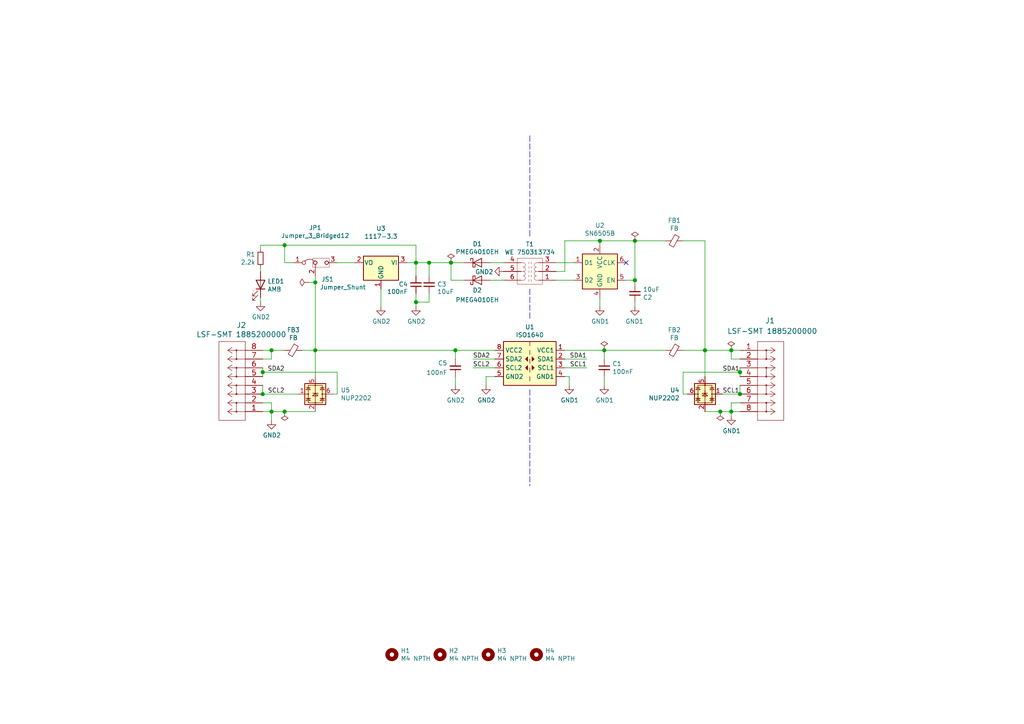
<source format=kicad_sch>
(kicad_sch (version 20201015) (generator eeschema)

  (page 1 1)

  (paper "A4")

  (title_block
    (title "DEX_MRHW0001A")
    (date "2020-11-21")
    (rev "A")
    (comment 1 "https://github.com/MisterHW/KiCad-Design-Examples")
    (comment 2 "KiCad Design Example 0001: Digital Isolator")
  )

  (lib_symbols
    (symbol "Device:C_Small" (pin_numbers hide) (pin_names (offset 0.254) hide) (in_bom yes) (on_board yes)
      (property "Reference" "C" (id 0) (at 0.254 1.778 0)
        (effects (font (size 1.27 1.27)) (justify left))
      )
      (property "Value" "C_Small" (id 1) (at 0.254 -2.032 0)
        (effects (font (size 1.27 1.27)) (justify left))
      )
      (property "Footprint" "" (id 2) (at 0 0 0)
        (effects (font (size 1.27 1.27)) hide)
      )
      (property "Datasheet" "~" (id 3) (at 0 0 0)
        (effects (font (size 1.27 1.27)) hide)
      )
      (property "ki_keywords" "capacitor cap" (id 4) (at 0 0 0)
        (effects (font (size 1.27 1.27)) hide)
      )
      (property "ki_description" "Unpolarized capacitor, small symbol" (id 5) (at 0 0 0)
        (effects (font (size 1.27 1.27)) hide)
      )
      (property "ki_fp_filters" "C_*" (id 6) (at 0 0 0)
        (effects (font (size 1.27 1.27)) hide)
      )
      (symbol "C_Small_0_1"
        (polyline
          (pts
            (xy -1.524 -0.508)
            (xy 1.524 -0.508)
          )
          (stroke (width 0.3302)) (fill (type none))
        )
        (polyline
          (pts
            (xy -1.524 0.508)
            (xy 1.524 0.508)
          )
          (stroke (width 0.3048)) (fill (type none))
        )
      )
      (symbol "C_Small_1_1"
        (pin passive line (at 0 2.54 270) (length 2.032)
          (name "~" (effects (font (size 1.27 1.27))))
          (number "1" (effects (font (size 1.27 1.27))))
        )
        (pin passive line (at 0 -2.54 90) (length 2.032)
          (name "~" (effects (font (size 1.27 1.27))))
          (number "2" (effects (font (size 1.27 1.27))))
        )
      )
    )
    (symbol "Device:FerriteBead_Small" (pin_numbers hide) (pin_names (offset 0)) (in_bom yes) (on_board yes)
      (property "Reference" "FB" (id 0) (at 1.905 1.27 0)
        (effects (font (size 1.27 1.27)) (justify left))
      )
      (property "Value" "FerriteBead_Small" (id 1) (at 1.905 -1.27 0)
        (effects (font (size 1.27 1.27)) (justify left))
      )
      (property "Footprint" "" (id 2) (at -1.778 0 90)
        (effects (font (size 1.27 1.27)) hide)
      )
      (property "Datasheet" "~" (id 3) (at 0 0 0)
        (effects (font (size 1.27 1.27)) hide)
      )
      (property "ki_keywords" "L ferrite bead inductor filter" (id 4) (at 0 0 0)
        (effects (font (size 1.27 1.27)) hide)
      )
      (property "ki_description" "Ferrite bead, small symbol" (id 5) (at 0 0 0)
        (effects (font (size 1.27 1.27)) hide)
      )
      (property "ki_fp_filters" "Inductor_* L_* *Ferrite*" (id 6) (at 0 0 0)
        (effects (font (size 1.27 1.27)) hide)
      )
      (symbol "FerriteBead_Small_0_1"
        (polyline
          (pts
            (xy 0 -1.27)
            (xy 0 -0.7874)
          )
          (stroke (width 0)) (fill (type none))
        )
        (polyline
          (pts
            (xy 0 0.889)
            (xy 0 1.2954)
          )
          (stroke (width 0)) (fill (type none))
        )
        (polyline
          (pts
            (xy -1.8288 0.2794)
            (xy -1.1176 1.4986)
            (xy 1.8288 -0.2032)
            (xy 1.1176 -1.4224)
            (xy -1.8288 0.2794)
          )
          (stroke (width 0)) (fill (type none))
        )
      )
      (symbol "FerriteBead_Small_1_1"
        (pin passive line (at 0 2.54 270) (length 1.27)
          (name "~" (effects (font (size 1.27 1.27))))
          (number "1" (effects (font (size 1.27 1.27))))
        )
        (pin passive line (at 0 -2.54 90) (length 1.27)
          (name "~" (effects (font (size 1.27 1.27))))
          (number "2" (effects (font (size 1.27 1.27))))
        )
      )
    )
    (symbol "Device:LED" (pin_numbers hide) (pin_names (offset 1.016) hide) (in_bom yes) (on_board yes)
      (property "Reference" "D" (id 0) (at 0 2.54 0)
        (effects (font (size 1.27 1.27)))
      )
      (property "Value" "LED" (id 1) (at 0 -2.54 0)
        (effects (font (size 1.27 1.27)))
      )
      (property "Footprint" "" (id 2) (at 0 0 0)
        (effects (font (size 1.27 1.27)) hide)
      )
      (property "Datasheet" "~" (id 3) (at 0 0 0)
        (effects (font (size 1.27 1.27)) hide)
      )
      (property "ki_keywords" "LED diode" (id 4) (at 0 0 0)
        (effects (font (size 1.27 1.27)) hide)
      )
      (property "ki_description" "Light emitting diode" (id 5) (at 0 0 0)
        (effects (font (size 1.27 1.27)) hide)
      )
      (property "ki_fp_filters" "LED* LED_SMD:* LED_THT:*" (id 6) (at 0 0 0)
        (effects (font (size 1.27 1.27)) hide)
      )
      (symbol "LED_0_1"
        (polyline
          (pts
            (xy -1.27 -1.27)
            (xy -1.27 1.27)
          )
          (stroke (width 0.254)) (fill (type none))
        )
        (polyline
          (pts
            (xy -1.27 0)
            (xy 1.27 0)
          )
          (stroke (width 0)) (fill (type none))
        )
        (polyline
          (pts
            (xy 1.27 -1.27)
            (xy 1.27 1.27)
            (xy -1.27 0)
            (xy 1.27 -1.27)
          )
          (stroke (width 0.254)) (fill (type none))
        )
        (polyline
          (pts
            (xy -3.048 -0.762)
            (xy -4.572 -2.286)
            (xy -3.81 -2.286)
            (xy -4.572 -2.286)
            (xy -4.572 -1.524)
          )
          (stroke (width 0)) (fill (type none))
        )
        (polyline
          (pts
            (xy -1.778 -0.762)
            (xy -3.302 -2.286)
            (xy -2.54 -2.286)
            (xy -3.302 -2.286)
            (xy -3.302 -1.524)
          )
          (stroke (width 0)) (fill (type none))
        )
      )
      (symbol "LED_1_1"
        (pin passive line (at -3.81 0 0) (length 2.54)
          (name "K" (effects (font (size 1.27 1.27))))
          (number "1" (effects (font (size 1.27 1.27))))
        )
        (pin passive line (at 3.81 0 180) (length 2.54)
          (name "A" (effects (font (size 1.27 1.27))))
          (number "2" (effects (font (size 1.27 1.27))))
        )
      )
    )
    (symbol "Device:R_Small" (pin_numbers hide) (pin_names (offset 0.254) hide) (in_bom yes) (on_board yes)
      (property "Reference" "R" (id 0) (at 0.762 0.508 0)
        (effects (font (size 1.27 1.27)) (justify left))
      )
      (property "Value" "R_Small" (id 1) (at 0.762 -1.016 0)
        (effects (font (size 1.27 1.27)) (justify left))
      )
      (property "Footprint" "" (id 2) (at 0 0 0)
        (effects (font (size 1.27 1.27)) hide)
      )
      (property "Datasheet" "~" (id 3) (at 0 0 0)
        (effects (font (size 1.27 1.27)) hide)
      )
      (property "ki_keywords" "R resistor" (id 4) (at 0 0 0)
        (effects (font (size 1.27 1.27)) hide)
      )
      (property "ki_description" "Resistor, small symbol" (id 5) (at 0 0 0)
        (effects (font (size 1.27 1.27)) hide)
      )
      (property "ki_fp_filters" "R_*" (id 6) (at 0 0 0)
        (effects (font (size 1.27 1.27)) hide)
      )
      (symbol "R_Small_0_1"
        (rectangle (start -0.762 1.778) (end 0.762 -1.778)
          (stroke (width 0.2032)) (fill (type none))
        )
      )
      (symbol "R_Small_1_1"
        (pin passive line (at 0 2.54 270) (length 0.762)
          (name "~" (effects (font (size 1.27 1.27))))
          (number "1" (effects (font (size 1.27 1.27))))
        )
        (pin passive line (at 0 -2.54 90) (length 0.762)
          (name "~" (effects (font (size 1.27 1.27))))
          (number "2" (effects (font (size 1.27 1.27))))
        )
      )
    )
    (symbol "Diode:PMEG4010EH" (pin_numbers hide) (pin_names hide) (in_bom yes) (on_board yes)
      (property "Reference" "D" (id 0) (at 0 2.54 0)
        (effects (font (size 1.27 1.27)))
      )
      (property "Value" "PMEG4010EH" (id 1) (at 0 -2.54 0)
        (effects (font (size 1.27 1.27)))
      )
      (property "Footprint" "Diode_SMD:D_SOD-123F" (id 2) (at 0 -4.445 0)
        (effects (font (size 1.27 1.27)) hide)
      )
      (property "Datasheet" "https://assets.nexperia.com/documents/data-sheet/PMEG4010EH_EJ_ET.pdf" (id 3) (at 0 0 0)
        (effects (font (size 1.27 1.27)) hide)
      )
      (property "ki_keywords" "forward voltage diode" (id 4) (at 0 0 0)
        (effects (font (size 1.27 1.27)) hide)
      )
      (property "ki_description" "40V, 1A very low Vf MEGA Schottky barrier rectifier, SOD-123F" (id 5) (at 0 0 0)
        (effects (font (size 1.27 1.27)) hide)
      )
      (symbol "PMEG4010EH_0_1"
        (polyline
          (pts
            (xy 1.27 0)
            (xy -1.27 0)
          )
          (stroke (width 0)) (fill (type none))
        )
        (polyline
          (pts
            (xy 1.27 1.27)
            (xy 1.27 -1.27)
            (xy -1.27 0)
            (xy 1.27 1.27)
          )
          (stroke (width 0.2032)) (fill (type none))
        )
        (polyline
          (pts
            (xy -1.905 0.635)
            (xy -1.905 1.27)
            (xy -1.27 1.27)
            (xy -1.27 -1.27)
            (xy -0.635 -1.27)
            (xy -0.635 -0.635)
          )
          (stroke (width 0.2032)) (fill (type none))
        )
      )
      (symbol "PMEG4010EH_1_1"
        (pin passive line (at -3.81 0 0) (length 2.54)
          (name "K" (effects (font (size 1.27 1.27))))
          (number "1" (effects (font (size 1.27 1.27))))
        )
        (pin passive line (at 3.81 0 180) (length 2.54)
          (name "A" (effects (font (size 1.27 1.27))))
          (number "2" (effects (font (size 1.27 1.27))))
        )
      )
    )
    (symbol "Isolator:ISO1540" (in_bom yes) (on_board yes)
      (property "Reference" "U" (id 0) (at -6.35 6.35 0)
        (effects (font (size 1.27 1.27)))
      )
      (property "Value" "ISO1540" (id 1) (at 3.81 6.35 0)
        (effects (font (size 1.27 1.27)))
      )
      (property "Footprint" "Package_SO:SOIC-8_3.9x4.9mm_P1.27mm" (id 2) (at 0 -8.89 0)
        (effects (font (size 1.27 1.27)) hide)
      )
      (property "Datasheet" "http://www.ti.com/lit/ds/symlink/iso1541.pdf" (id 3) (at 0 1.27 0)
        (effects (font (size 1.27 1.27)) hide)
      )
      (property "ki_keywords" "digital isolator i2c" (id 4) (at 0 0 0)
        (effects (font (size 1.27 1.27)) hide)
      )
      (property "ki_description" "I2C Isolator, 2.5 kVrms, Bidirectional clock and data, SOIC-8" (id 5) (at 0 0 0)
        (effects (font (size 1.27 1.27)) hide)
      )
      (property "ki_fp_filters" "SOIC*3.9x4.9mm*P1.27mm*" (id 6) (at 0 0 0)
        (effects (font (size 1.27 1.27)) hide)
      )
      (symbol "ISO1540_0_1"
        (rectangle (start -7.62 5.08) (end 7.62 -7.62)
          (stroke (width 0.254)) (fill (type background))
        )
        (rectangle (start 0 -5.08) (end 0 -6.35)
          (stroke (width 0)) (fill (type none))
        )
        (polyline
          (pts
            (xy 0 -2.54)
            (xy 0 -3.81)
          )
          (stroke (width 0)) (fill (type none))
        )
        (polyline
          (pts
            (xy 0 0)
            (xy 0 -1.27)
          )
          (stroke (width 0)) (fill (type none))
        )
        (polyline
          (pts
            (xy 0 2.54)
            (xy 0 1.27)
          )
          (stroke (width 0)) (fill (type none))
        )
        (polyline
          (pts
            (xy 0 5.08)
            (xy 0 3.81)
          )
          (stroke (width 0)) (fill (type none))
        )
        (polyline
          (pts
            (xy -0.635 0.635)
            (xy -1.27 0)
            (xy -0.635 -0.635)
            (xy -0.635 0.635)
          )
          (stroke (width 0)) (fill (type outline))
        )
        (polyline
          (pts
            (xy 0.635 -1.905)
            (xy 1.27 -2.54)
            (xy 0.635 -3.175)
            (xy 0.635 -1.905)
          )
          (stroke (width 0)) (fill (type outline))
        )
        (polyline
          (pts
            (xy 0.635 0.635)
            (xy 1.27 0)
            (xy 0.635 -0.635)
            (xy 0.635 0.635)
          )
          (stroke (width 0)) (fill (type outline))
        )
      )
      (symbol "ISO1540_1_1"
        (polyline
          (pts
            (xy -0.635 -1.905)
            (xy -1.27 -2.54)
            (xy -0.635 -3.175)
            (xy -0.635 -1.905)
          )
          (stroke (width 0)) (fill (type outline))
        )
        (pin power_in line (at -10.16 2.54 0) (length 2.54)
          (name "VCC1" (effects (font (size 1.27 1.27))))
          (number "1" (effects (font (size 1.27 1.27))))
        )
        (pin bidirectional line (at -10.16 0 0) (length 2.54)
          (name "SDA1" (effects (font (size 1.27 1.27))))
          (number "2" (effects (font (size 1.27 1.27))))
        )
        (pin bidirectional line (at -10.16 -2.54 0) (length 2.54)
          (name "SCL1" (effects (font (size 1.27 1.27))))
          (number "3" (effects (font (size 1.27 1.27))))
        )
        (pin power_in line (at -10.16 -5.08 0) (length 2.54)
          (name "GND1" (effects (font (size 1.27 1.27))))
          (number "4" (effects (font (size 1.27 1.27))))
        )
        (pin power_in line (at 10.16 -5.08 180) (length 2.54)
          (name "GND2" (effects (font (size 1.27 1.27))))
          (number "5" (effects (font (size 1.27 1.27))))
        )
        (pin bidirectional line (at 10.16 -2.54 180) (length 2.54)
          (name "SCL2" (effects (font (size 1.27 1.27))))
          (number "6" (effects (font (size 1.27 1.27))))
        )
        (pin bidirectional line (at 10.16 0 180) (length 2.54)
          (name "SDA2" (effects (font (size 1.27 1.27))))
          (number "7" (effects (font (size 1.27 1.27))))
        )
        (pin power_in line (at 10.16 2.54 180) (length 2.54)
          (name "VCC2" (effects (font (size 1.27 1.27))))
          (number "8" (effects (font (size 1.27 1.27))))
        )
      )
    )
    (symbol "Jumper:Jumper_3_Bridged12" (pin_names (offset 0) hide) (in_bom yes) (on_board yes)
      (property "Reference" "JP" (id 0) (at -2.54 -2.54 0)
        (effects (font (size 1.27 1.27)))
      )
      (property "Value" "Jumper_3_Bridged12" (id 1) (at 0 2.794 0)
        (effects (font (size 1.27 1.27)))
      )
      (property "Footprint" "" (id 2) (at 0 0 0)
        (effects (font (size 1.27 1.27)) hide)
      )
      (property "Datasheet" "~" (id 3) (at 0 0 0)
        (effects (font (size 1.27 1.27)) hide)
      )
      (property "ki_keywords" "Jumper SPDT" (id 4) (at 0 0 0)
        (effects (font (size 1.27 1.27)) hide)
      )
      (property "ki_description" "Jumper, 3-pole, pins 1+2 closed/bridged" (id 5) (at 0 0 0)
        (effects (font (size 1.27 1.27)) hide)
      )
      (property "ki_fp_filters" "Jumper* TestPoint*3Pads* TestPoint*Bridge*" (id 6) (at 0 0 0)
        (effects (font (size 1.27 1.27)) hide)
      )
      (symbol "Jumper_3_Bridged12_0_0"
        (circle (center -3.302 0) (radius 0.508) (stroke (width 0)) (fill (type none)))
        (circle (center 0 0) (radius 0.508) (stroke (width 0)) (fill (type none)))
        (circle (center 3.302 0) (radius 0.508) (stroke (width 0)) (fill (type none)))
      )
      (symbol "Jumper_3_Bridged12_0_1"
        (arc (start -3.048 0.508) (end -0.254 0.508) (radius (at -1.651 -1.27) (length 2.2606) (angles 128.2 51.8))
          (stroke (width 0)) (fill (type none))
        )
        (polyline
          (pts
            (xy 0 -1.27)
            (xy 0 -0.508)
          )
          (stroke (width 0)) (fill (type none))
        )
      )
      (symbol "Jumper_3_Bridged12_1_1"
        (pin passive line (at -6.35 0 0) (length 2.54)
          (name "A" (effects (font (size 1.27 1.27))))
          (number "1" (effects (font (size 1.27 1.27))))
        )
        (pin input line (at 0 -3.81 90) (length 2.54)
          (name "C" (effects (font (size 1.27 1.27))))
          (number "2" (effects (font (size 1.27 1.27))))
        )
        (pin passive line (at 6.35 0 180) (length 2.54)
          (name "B" (effects (font (size 1.27 1.27))))
          (number "3" (effects (font (size 1.27 1.27))))
        )
      )
    )
    (symbol "Jumper_Shunt:Jumper_Shunt" (pin_names (offset 0) hide) (in_bom yes) (on_board yes)
      (property "Reference" "JS" (id 0) (at 0 -2.54 0)
        (effects (font (size 1.27 1.27)))
      )
      (property "Value" "Jumper_Shunt" (id 1) (at 0 2.794 0)
        (effects (font (size 1.27 1.27)))
      )
      (property "Footprint" "" (id 2) (at 0 0 0)
        (effects (font (size 1.27 1.27)) hide)
      )
      (property "Datasheet" "~" (id 3) (at 0 0 0)
        (effects (font (size 1.27 1.27)) hide)
      )
      (property "ki_keywords" "Jumper SPDT" (id 4) (at 0 0 0)
        (effects (font (size 1.27 1.27)) hide)
      )
      (property "ki_description" "Jumper, 3-pole, pins 1+2 closed/bridged" (id 5) (at 0 0 0)
        (effects (font (size 1.27 1.27)) hide)
      )
      (property "ki_fp_filters" "Jumper* TestPoint*3Pads* TestPoint*Bridge*" (id 6) (at 0 0 0)
        (effects (font (size 1.27 1.27)) hide)
      )
      (symbol "Jumper_Shunt_0_0"
        (circle (center 0 0) (radius 0.508) (stroke (width 0)) (fill (type none)))
        (circle (center 3.302 0) (radius 0.508) (stroke (width 0)) (fill (type none)))
      )
      (symbol "Jumper_Shunt_0_1"
        (rectangle (start -0.762 1.27) (end 4.064 -1.27)
          (stroke (width 0.0006)) (fill (type none))
        )
      )
    )
    (symbol "Mechanical:MountingHole" (pin_names (offset 1.016)) (in_bom yes) (on_board yes)
      (property "Reference" "H" (id 0) (at 0 5.08 0)
        (effects (font (size 1.27 1.27)))
      )
      (property "Value" "MountingHole" (id 1) (at 0 3.175 0)
        (effects (font (size 1.27 1.27)))
      )
      (property "Footprint" "" (id 2) (at 0 0 0)
        (effects (font (size 1.27 1.27)) hide)
      )
      (property "Datasheet" "~" (id 3) (at 0 0 0)
        (effects (font (size 1.27 1.27)) hide)
      )
      (property "ki_keywords" "mounting hole" (id 4) (at 0 0 0)
        (effects (font (size 1.27 1.27)) hide)
      )
      (property "ki_description" "Mounting Hole without connection" (id 5) (at 0 0 0)
        (effects (font (size 1.27 1.27)) hide)
      )
      (property "ki_fp_filters" "MountingHole*" (id 6) (at 0 0 0)
        (effects (font (size 1.27 1.27)) hide)
      )
      (symbol "MountingHole_0_1"
        (circle (center 0 0) (radius 1.27) (stroke (width 1.27)) (fill (type none)))
      )
    )
    (symbol "Power_Management:SN6505BDBV" (in_bom yes) (on_board yes)
      (property "Reference" "U" (id 0) (at -5.08 6.35 0)
        (effects (font (size 1.27 1.27)))
      )
      (property "Value" "SN6505BDBV" (id 1) (at 7.62 6.35 0)
        (effects (font (size 1.27 1.27)))
      )
      (property "Footprint" "Package_TO_SOT_SMD:SOT-23-6" (id 2) (at 0 -10.16 0)
        (effects (font (size 1.27 1.27)) hide)
      )
      (property "Datasheet" "http://www.ti.com/lit/ds/symlink/sn6505b.pdf" (id 3) (at -7.62 6.35 0)
        (effects (font (size 1.27 1.27)) hide)
      )
      (property "ki_keywords" "Transformer Drivers" (id 4) (at 0 0 0)
        (effects (font (size 1.27 1.27)) hide)
      )
      (property "ki_description" "Low Noise, 1A, Transformer Drivers for Isolated Power Supplies, 420 kHz, SOT-23-6" (id 5) (at 0 0 0)
        (effects (font (size 1.27 1.27)) hide)
      )
      (symbol "SN6505BDBV_0_1"
        (rectangle (start -5.08 5.08) (end 5.08 -5.08)
          (stroke (width 0.254)) (fill (type background))
        )
      )
      (symbol "SN6505BDBV_1_1"
        (pin open_collector line (at 7.62 2.54 180) (length 2.54)
          (name "D1" (effects (font (size 1.27 1.27))))
          (number "1" (effects (font (size 1.27 1.27))))
        )
        (pin power_in line (at 0 7.62 270) (length 2.54)
          (name "VCC" (effects (font (size 1.27 1.27))))
          (number "2" (effects (font (size 1.27 1.27))))
        )
        (pin open_collector line (at 7.62 -2.54 180) (length 2.54)
          (name "D2" (effects (font (size 1.27 1.27))))
          (number "3" (effects (font (size 1.27 1.27))))
        )
        (pin power_in line (at 0 -7.62 90) (length 2.54)
          (name "GND" (effects (font (size 1.27 1.27))))
          (number "4" (effects (font (size 1.27 1.27))))
        )
        (pin input line (at -7.62 -2.54 0) (length 2.54)
          (name "EN" (effects (font (size 1.27 1.27))))
          (number "5" (effects (font (size 1.27 1.27))))
        )
        (pin input line (at -7.62 2.54 0) (length 2.54)
          (name "CLK" (effects (font (size 1.27 1.27))))
          (number "6" (effects (font (size 1.27 1.27))))
        )
      )
    )
    (symbol "Power_Protection:NUP2202" (in_bom yes) (on_board yes)
      (property "Reference" "U" (id 0) (at -5.334 -2.54 0)
        (effects (font (size 1.27 1.27)))
      )
      (property "Value" "NUP2202" (id 1) (at 6.35 1.27 90)
        (effects (font (size 1.27 1.27)))
      )
      (property "Footprint" "Package_TO_SOT_SMD:SOT-363_SC-70-6" (id 2) (at 2.032 1.905 0)
        (effects (font (size 1.27 1.27)) hide)
      )
      (property "Datasheet" "http://www.onsemi.ru.com/pub_link/Collateral/NUP2202W1-D.PDF" (id 3) (at 2.032 1.905 0)
        (effects (font (size 1.27 1.27)) hide)
      )
      (property "ki_keywords" "ESD Protection diodes  transient suppressor" (id 4) (at 0 0 0)
        (effects (font (size 1.27 1.27)) hide)
      )
      (property "ki_description" "Transient voltage suppressor designed to protect high speed data lines from ESD, EFT, and lightning" (id 5) (at 0 0 0)
        (effects (font (size 1.27 1.27)) hide)
      )
      (property "ki_fp_filters" "SOT?363*" (id 6) (at 0 0 0)
        (effects (font (size 1.27 1.27)) hide)
      )
      (symbol "NUP2202_0_1"
        (circle (center -2.032 0) (radius 0.127) (stroke (width 0)) (fill (type none)))
        (circle (center -2.032 0) (radius 0.127) (stroke (width 0)) (fill (type none)))
        (circle (center 0 -2.54) (radius 0.127) (stroke (width 0)) (fill (type none)))
        (circle (center 0 2.54) (radius 0.127) (stroke (width 0)) (fill (type none)))
        (circle (center 2.032 0) (radius 0.127) (stroke (width 0)) (fill (type none)))
        (circle (center 2.032 0) (radius 0.127) (stroke (width 0)) (fill (type none)))
        (rectangle (start -3.048 3.048) (end 3.048 -3.048)
          (stroke (width 0.254)) (fill (type background))
        )
        (polyline
          (pts
            (xy -2.667 -1.27)
            (xy -1.397 -1.27)
          )
          (stroke (width 0)) (fill (type none))
        )
        (polyline
          (pts
            (xy -2.667 -1.27)
            (xy -1.397 -1.27)
          )
          (stroke (width 0)) (fill (type none))
        )
        (polyline
          (pts
            (xy -2.667 1.905)
            (xy -1.397 1.905)
          )
          (stroke (width 0)) (fill (type none))
        )
        (polyline
          (pts
            (xy -2.54 0)
            (xy -2.032 0)
          )
          (stroke (width 0)) (fill (type none))
        )
        (polyline
          (pts
            (xy -2.032 -2.54)
            (xy -2.032 -0.635)
          )
          (stroke (width 0)) (fill (type none))
        )
        (polyline
          (pts
            (xy -2.032 -2.54)
            (xy -2.032 -0.635)
          )
          (stroke (width 0)) (fill (type none))
        )
        (polyline
          (pts
            (xy -2.032 0.635)
            (xy -2.032 -0.635)
          )
          (stroke (width 0)) (fill (type none))
        )
        (polyline
          (pts
            (xy -2.032 0.635)
            (xy -2.032 2.54)
          )
          (stroke (width 0)) (fill (type none))
        )
        (polyline
          (pts
            (xy -2.032 2.54)
            (xy 2.032 2.54)
          )
          (stroke (width 0)) (fill (type none))
        )
        (polyline
          (pts
            (xy -0.762 0.254)
            (xy 0.762 0.254)
          )
          (stroke (width 0)) (fill (type none))
        )
        (polyline
          (pts
            (xy 0 -0.889)
            (xy 0 -2.54)
          )
          (stroke (width 0)) (fill (type none))
        )
        (polyline
          (pts
            (xy 0 -0.889)
            (xy 0 1.016)
          )
          (stroke (width 0)) (fill (type none))
        )
        (polyline
          (pts
            (xy 0 -0.889)
            (xy 0 1.016)
          )
          (stroke (width 0)) (fill (type none))
        )
        (polyline
          (pts
            (xy 0 1.016)
            (xy 0 3.81)
          )
          (stroke (width 0)) (fill (type none))
        )
        (polyline
          (pts
            (xy 0.762 0)
            (xy 0.762 0.254)
          )
          (stroke (width 0)) (fill (type none))
        )
        (polyline
          (pts
            (xy 1.397 -1.27)
            (xy 2.667 -1.27)
          )
          (stroke (width 0)) (fill (type none))
        )
        (polyline
          (pts
            (xy 1.397 -1.27)
            (xy 2.667 -1.27)
          )
          (stroke (width 0)) (fill (type none))
        )
        (polyline
          (pts
            (xy 1.397 1.905)
            (xy 2.667 1.905)
          )
          (stroke (width 0)) (fill (type none))
        )
        (polyline
          (pts
            (xy 2.032 -2.54)
            (xy -2.032 -2.54)
          )
          (stroke (width 0)) (fill (type none))
        )
        (polyline
          (pts
            (xy 2.032 -2.54)
            (xy 2.032 -0.635)
          )
          (stroke (width 0)) (fill (type none))
        )
        (polyline
          (pts
            (xy 2.032 -2.54)
            (xy 2.032 -0.635)
          )
          (stroke (width 0)) (fill (type none))
        )
        (polyline
          (pts
            (xy 2.032 0)
            (xy 2.54 0)
          )
          (stroke (width 0)) (fill (type none))
        )
        (polyline
          (pts
            (xy 2.032 0.635)
            (xy 2.032 -0.635)
          )
          (stroke (width 0)) (fill (type none))
        )
        (polyline
          (pts
            (xy 2.032 0.635)
            (xy 2.032 2.54)
          )
          (stroke (width 0)) (fill (type none))
        )
        (polyline
          (pts
            (xy -2.667 -1.905)
            (xy -1.397 -1.905)
            (xy -2.032 -1.27)
            (xy -2.667 -1.905)
          )
          (stroke (width 0)) (fill (type none))
        )
        (polyline
          (pts
            (xy -2.667 1.27)
            (xy -1.397 1.27)
            (xy -2.032 1.905)
            (xy -2.667 1.27)
          )
          (stroke (width 0)) (fill (type none))
        )
        (polyline
          (pts
            (xy -0.762 -0.508)
            (xy 0.762 -0.508)
            (xy 0 0.254)
            (xy -0.762 -0.508)
          )
          (stroke (width 0)) (fill (type none))
        )
        (polyline
          (pts
            (xy -0.762 -0.508)
            (xy 0.762 -0.508)
            (xy 0 0.254)
            (xy -0.762 -0.508)
          )
          (stroke (width 0)) (fill (type none))
        )
        (polyline
          (pts
            (xy 1.397 -1.905)
            (xy 2.667 -1.905)
            (xy 2.032 -1.27)
            (xy 1.397 -1.905)
          )
          (stroke (width 0)) (fill (type none))
        )
        (polyline
          (pts
            (xy 1.397 1.27)
            (xy 2.667 1.27)
            (xy 2.032 1.905)
            (xy 1.397 1.27)
          )
          (stroke (width 0)) (fill (type none))
        )
      )
      (symbol "NUP2202_1_1"
        (pin passive line (at -5.08 0 0) (length 2.54)
          (name "~" (effects (font (size 1.27 1.27))))
          (number "1" (effects (font (size 1.27 1.27))))
        )
        (pin passive line (at 0 -5.08 90) (length 2.54)
          (name "~" (effects (font (size 1.27 1.27))))
          (number "2" (effects (font (size 1.27 1.27))))
        )
        (pin unconnected line (at 0 -2.54 90) (length 2.54) hide
          (name "~" (effects (font (size 1.27 1.27))))
          (number "3" (effects (font (size 1.27 1.27))))
        )
        (pin unconnected line (at 0 2.54 270) (length 2.54) hide
          (name "~" (effects (font (size 1.27 1.27))))
          (number "4" (effects (font (size 1.27 1.27))))
        )
        (pin passive line (at 0 5.08 270) (length 2.54)
          (name "~" (effects (font (size 1.27 1.27))))
          (number "5" (effects (font (size 1.27 1.27))))
        )
        (pin passive line (at 5.08 0 180) (length 2.54)
          (name "~" (effects (font (size 1.27 1.27))))
          (number "6" (effects (font (size 1.27 1.27))))
        )
      )
    )
    (symbol "Regulator_Linear:AZ1117-3.3" (pin_names (offset 0.254)) (in_bom yes) (on_board yes)
      (property "Reference" "U" (id 0) (at -3.81 3.175 0)
        (effects (font (size 1.27 1.27)))
      )
      (property "Value" "AZ1117-3.3" (id 1) (at 0 3.175 0)
        (effects (font (size 1.27 1.27)) (justify left))
      )
      (property "Footprint" "" (id 2) (at 0 6.35 0)
        (effects (font (size 1.27 1.27) italic) hide)
      )
      (property "Datasheet" "https://www.diodes.com/assets/Datasheets/AZ1117.pdf" (id 3) (at 0 0 0)
        (effects (font (size 1.27 1.27)) hide)
      )
      (property "ki_keywords" "Fixed Voltage Regulator 1A Positive LDO" (id 4) (at 0 0 0)
        (effects (font (size 1.27 1.27)) hide)
      )
      (property "ki_description" "1A 20V Fixed LDO Linear Regulator, 3.3V, SOT-89/SOT-223/TO-220/TO-252/TO-263" (id 5) (at 0 0 0)
        (effects (font (size 1.27 1.27)) hide)
      )
      (symbol "AZ1117-3.3_0_1"
        (rectangle (start -5.08 1.905) (end 5.08 -5.08)
          (stroke (width 0.254)) (fill (type background))
        )
      )
      (symbol "AZ1117-3.3_1_1"
        (pin power_in line (at 0 -7.62 90) (length 2.54)
          (name "GND" (effects (font (size 1.27 1.27))))
          (number "1" (effects (font (size 1.27 1.27))))
        )
        (pin power_out line (at 7.62 0 180) (length 2.54)
          (name "VO" (effects (font (size 1.27 1.27))))
          (number "2" (effects (font (size 1.27 1.27))))
        )
        (pin power_in line (at -7.62 0 0) (length 2.54)
          (name "VI" (effects (font (size 1.27 1.27))))
          (number "3" (effects (font (size 1.27 1.27))))
        )
      )
    )
    (symbol "TerminalBlock_Weidmueller:1885200000" (pin_names (offset 0.254) hide) (in_bom yes) (on_board yes)
      (property "Reference" "J" (id 0) (at 8.89 15.24 0)
        (effects (font (size 1.524 1.524)))
      )
      (property "Value" "1885200000" (id 1) (at 10.16 12.7 0)
        (effects (font (size 1.524 1.524)))
      )
      (property "Footprint" "TerminalBlock_Weidmueller:1885200000" (id 2) (at 10.16 -12.954 0)
        (effects (font (size 1.524 1.524)) hide)
      )
      (property "Datasheet" "" (id 3) (at 0 8.89 0)
        (effects (font (size 1.524 1.524)))
      )
      (property "ki_description" "LSF-SMT 3.50/04/135 1.5SN BK TU" (id 4) (at 0 0 0)
        (effects (font (size 1.27 1.27)) hide)
      )
      (property "ki_fp_filters" "CONN_1885200000" (id 5) (at 0 0 0)
        (effects (font (size 1.27 1.27)) hide)
      )
      (symbol "1885200000_1_1"
        (arc (start 7.62 9.017) (end 7.62 9.017) (radius (at 7.62 8.89) (length 0.127) (angles 90 -90))
          (stroke (width 0.254)) (fill (type none))
        )
        (arc (start 7.62 6.477) (end 7.62 6.477) (radius (at 7.62 6.35) (length 0.127) (angles 90 -90))
          (stroke (width 0.254)) (fill (type none))
        )
        (arc (start 7.62 3.937) (end 7.62 3.937) (radius (at 7.62 3.81) (length 0.127) (angles 90 -90))
          (stroke (width 0.254)) (fill (type none))
        )
        (arc (start 7.62 1.397) (end 7.62 1.397) (radius (at 7.62 1.27) (length 0.127) (angles 90 -90))
          (stroke (width 0.254)) (fill (type none))
        )
        (arc (start 7.62 -1.143) (end 7.62 -1.143) (radius (at 7.62 -1.27) (length 0.127) (angles 90 -90))
          (stroke (width 0.254)) (fill (type none))
        )
        (arc (start 7.62 -3.683) (end 7.62 -3.683) (radius (at 7.62 -3.81) (length 0.127) (angles 90 -90))
          (stroke (width 0.254)) (fill (type none))
        )
        (arc (start 7.62 -6.223) (end 7.62 -6.223) (radius (at 7.62 -6.35) (length 0.127) (angles 90 -90))
          (stroke (width 0.254)) (fill (type none))
        )
        (arc (start 7.62 -8.763) (end 7.62 -8.763) (radius (at 7.62 -8.89) (length 0.127) (angles 90 -90))
          (stroke (width 0.254)) (fill (type none))
        )
        (circle (center 7.62 8.89) (radius 0.127) (stroke (width 0.254)) (fill (type none)))
        (circle (center 7.62 6.35) (radius 0.127) (stroke (width 0.254)) (fill (type none)))
        (circle (center 7.62 3.81) (radius 0.127) (stroke (width 0.254)) (fill (type none)))
        (circle (center 7.62 1.27) (radius 0.127) (stroke (width 0.254)) (fill (type none)))
        (circle (center 7.62 -1.27) (radius 0.127) (stroke (width 0.254)) (fill (type none)))
        (circle (center 7.62 -3.81) (radius 0.127) (stroke (width 0.254)) (fill (type none)))
        (circle (center 7.62 -6.35) (radius 0.127) (stroke (width 0.254)) (fill (type none)))
        (circle (center 7.62 -8.89) (radius 0.127) (stroke (width 0.254)) (fill (type none)))
        (polyline
          (pts
            (xy 10.16 8.89)
            (xy 5.08 8.89)
          )
          (stroke (width 0.127)) (fill (type none))
        )
        (polyline
          (pts
            (xy 10.16 6.35)
            (xy 5.08 6.35)
          )
          (stroke (width 0.127)) (fill (type none))
        )
        (polyline
          (pts
            (xy 7.62 8.89)
            (xy 7.62 6.35)
          )
          (stroke (width 0.127)) (fill (type none))
        )
        (polyline
          (pts
            (xy 10.16 3.81)
            (xy 5.08 3.81)
          )
          (stroke (width 0.127)) (fill (type none))
        )
        (polyline
          (pts
            (xy 10.16 1.27)
            (xy 5.08 1.27)
          )
          (stroke (width 0.127)) (fill (type none))
        )
        (polyline
          (pts
            (xy 10.16 8.89)
            (xy 8.89 9.7282)
          )
          (stroke (width 0.127)) (fill (type none))
        )
        (polyline
          (pts
            (xy 10.16 6.35)
            (xy 8.89 7.1882)
          )
          (stroke (width 0.127)) (fill (type none))
        )
        (polyline
          (pts
            (xy 7.62 3.81)
            (xy 7.62 1.27)
          )
          (stroke (width 0.127)) (fill (type none))
        )
        (polyline
          (pts
            (xy 10.16 3.81)
            (xy 8.89 4.6482)
          )
          (stroke (width 0.127)) (fill (type none))
        )
        (polyline
          (pts
            (xy 10.16 1.27)
            (xy 8.89 2.1082)
          )
          (stroke (width 0.127)) (fill (type none))
        )
        (polyline
          (pts
            (xy 10.16 3.81)
            (xy 8.89 2.9718)
          )
          (stroke (width 0.127)) (fill (type none))
        )
        (polyline
          (pts
            (xy 10.16 1.27)
            (xy 8.89 0.4318)
          )
          (stroke (width 0.127)) (fill (type none))
        )
        (polyline
          (pts
            (xy 10.16 8.89)
            (xy 8.89 8.0518)
          )
          (stroke (width 0.127)) (fill (type none))
        )
        (polyline
          (pts
            (xy 10.16 6.35)
            (xy 8.89 5.5118)
          )
          (stroke (width 0.127)) (fill (type none))
        )
        (polyline
          (pts
            (xy 10.16 -1.27)
            (xy 5.08 -1.27)
          )
          (stroke (width 0.127)) (fill (type none))
        )
        (polyline
          (pts
            (xy 10.16 -3.81)
            (xy 5.08 -3.81)
          )
          (stroke (width 0.127)) (fill (type none))
        )
        (polyline
          (pts
            (xy 7.62 -1.27)
            (xy 7.62 -3.81)
          )
          (stroke (width 0.127)) (fill (type none))
        )
        (polyline
          (pts
            (xy 10.16 -6.35)
            (xy 5.08 -6.35)
          )
          (stroke (width 0.127)) (fill (type none))
        )
        (polyline
          (pts
            (xy 5.08 11.43)
            (xy 5.08 -11.43)
          )
          (stroke (width 0.127)) (fill (type none))
        )
        (polyline
          (pts
            (xy 5.08 -11.43)
            (xy 12.7 -11.43)
          )
          (stroke (width 0.127)) (fill (type none))
        )
        (polyline
          (pts
            (xy 12.7 -11.43)
            (xy 12.7 11.43)
          )
          (stroke (width 0.127)) (fill (type none))
        )
        (polyline
          (pts
            (xy 12.7 11.43)
            (xy 5.08 11.43)
          )
          (stroke (width 0.127)) (fill (type none))
        )
        (polyline
          (pts
            (xy 10.16 -8.89)
            (xy 5.08 -8.89)
          )
          (stroke (width 0.127)) (fill (type none))
        )
        (polyline
          (pts
            (xy 10.16 -1.27)
            (xy 8.89 -0.4318)
          )
          (stroke (width 0.127)) (fill (type none))
        )
        (polyline
          (pts
            (xy 10.16 -3.81)
            (xy 8.89 -2.9718)
          )
          (stroke (width 0.127)) (fill (type none))
        )
        (polyline
          (pts
            (xy 7.62 -6.35)
            (xy 7.62 -8.89)
          )
          (stroke (width 0.127)) (fill (type none))
        )
        (polyline
          (pts
            (xy 10.16 -6.35)
            (xy 8.89 -5.5118)
          )
          (stroke (width 0.127)) (fill (type none))
        )
        (polyline
          (pts
            (xy 10.16 -8.89)
            (xy 8.89 -8.0518)
          )
          (stroke (width 0.127)) (fill (type none))
        )
        (polyline
          (pts
            (xy 10.16 -6.35)
            (xy 8.89 -7.1882)
          )
          (stroke (width 0.127)) (fill (type none))
        )
        (polyline
          (pts
            (xy 10.16 -8.89)
            (xy 8.89 -9.7282)
          )
          (stroke (width 0.127)) (fill (type none))
        )
        (polyline
          (pts
            (xy 10.16 -1.27)
            (xy 8.89 -2.1082)
          )
          (stroke (width 0.127)) (fill (type none))
        )
        (polyline
          (pts
            (xy 10.16 -3.81)
            (xy 8.89 -4.6482)
          )
          (stroke (width 0.127)) (fill (type none))
        )
        (pin passive line (at 0 8.89 0) (length 5.08)
          (name "1" (effects (font (size 1.499 1.499))))
          (number "1" (effects (font (size 1.499 1.499))))
        )
        (pin passive line (at 0 6.35 0) (length 5.08)
          (name "2" (effects (font (size 1.499 1.499))))
          (number "2" (effects (font (size 1.499 1.499))))
        )
        (pin passive line (at 0 3.81 0) (length 5.08)
          (name "3" (effects (font (size 1.499 1.499))))
          (number "3" (effects (font (size 1.499 1.499))))
        )
        (pin passive line (at 0 1.27 0) (length 5.08)
          (name "4" (effects (font (size 1.499 1.499))))
          (number "4" (effects (font (size 1.499 1.499))))
        )
        (pin passive line (at 0 -1.27 0) (length 5.08)
          (name "5" (effects (font (size 1.499 1.499))))
          (number "5" (effects (font (size 1.499 1.499))))
        )
        (pin passive line (at 0 -3.81 0) (length 5.08)
          (name "6" (effects (font (size 1.499 1.499))))
          (number "6" (effects (font (size 1.499 1.499))))
        )
        (pin passive line (at 0 -6.35 0) (length 5.08)
          (name "7" (effects (font (size 1.499 1.499))))
          (number "7" (effects (font (size 1.499 1.499))))
        )
        (pin passive line (at 0 -8.89 0) (length 5.08)
          (name "8" (effects (font (size 1.499 1.499))))
          (number "8" (effects (font (size 1.499 1.499))))
        )
      )
    )
    (symbol "Transformer_MID_PPTI:WE_MID_PPTI_8.0x9.1x7.6" (pin_names (offset 0.762)) (in_bom yes) (on_board yes)
      (property "Reference" "T" (id 0) (at -0.635 8.255 0)
        (effects (font (size 1.27 1.27)) (justify left))
      )
      (property "Value" "WE_MID_PPTI_8.0x9.1x7.6" (id 1) (at -5.715 5.715 0)
        (effects (font (size 1.27 1.27)) (justify left))
      )
      (property "Footprint" "Transformer_MID_PPTI:WE_MID_PPTI_8.0x9.1x7.6" (id 2) (at 14.605 5.08 0)
        (effects (font (size 1.27 1.27)) (justify left) hide)
      )
      (property "Datasheet" "https://katalog.we-online.de/ctm/datasheet/750313734.pdf" (id 3) (at 15.24 2.54 0)
        (effects (font (size 1.27 1.27)) (justify left) hide)
      )
      (property "Description" "5V 1-Output Surface Mount PCB Transformer" (id 4) (at 15.24 0 0)
        (effects (font (size 1.27 1.27)) (justify left) hide)
      )
      (property "Height" "7.62" (id 5) (at 15.24 -2.54 0)
        (effects (font (size 1.27 1.27)) (justify left) hide)
      )
      (property "Manufacturer_Name" "Wurth Elektronik" (id 6) (at 15.24 -5.08 0)
        (effects (font (size 1.27 1.27)) (justify left) hide)
      )
      (property "Manufacturer_Part_Number" "750313734" (id 7) (at 14.605 -7.62 0)
        (effects (font (size 1.27 1.27)) (justify left) hide)
      )
      (property "Arrow Part Number" "" (id 8) (at 2.54 -10.16 0)
        (effects (font (size 1.27 1.27)) (justify left) hide)
      )
      (property "Arrow Price/Stock" "" (id 9) (at 15.24 -12.7 0)
        (effects (font (size 1.27 1.27)) (justify left) hide)
      )
      (property "Mouser Part Number" "710-750313734" (id 10) (at 15.24 -15.24 0)
        (effects (font (size 1.27 1.27)) (justify left) hide)
      )
      (property "Mouser Price/Stock" "https://www.mouser.co.uk/ProductDetail/Wurth-Elektronik/750313734?qs=%2Fha2pyFaduhDypkQrvLHc93KzkL0%252BXrdRcdgYKWM7cwrlPs%2FXisi%2Fw%3D%3D" (id 11) (at 15.24 -17.78 0)
        (effects (font (size 1.27 1.27)) (justify left) hide)
      )
      (property "ki_description" "5V 1-Output Surface Mount PCB Transformer" (id 12) (at 0 0 0)
        (effects (font (size 1.27 1.27)) hide)
      )
      (symbol "WE_MID_PPTI_8.0x9.1x7.6_0_0"
        (pin passive line (at -7.62 2.54 0) (length 5.08)
          (name "" (effects (font (size 1.27 1.27))))
          (number "1" (effects (font (size 1.27 1.27))))
        )
        (pin passive line (at -7.62 0 0) (length 5.08)
          (name "" (effects (font (size 1.27 1.27))))
          (number "2" (effects (font (size 1.27 1.27))))
        )
        (pin passive line (at -7.62 -2.54 0) (length 5.08)
          (name "" (effects (font (size 1.27 1.27))))
          (number "3" (effects (font (size 1.27 1.27))))
        )
        (pin passive line (at 7.62 -2.54 180) (length 5.08)
          (name "" (effects (font (size 1.27 1.27))))
          (number "4" (effects (font (size 1.27 1.27))))
        )
        (pin passive line (at 7.62 0 180) (length 5.08)
          (name "" (effects (font (size 1.27 1.27))))
          (number "5" (effects (font (size 1.27 1.27))))
        )
        (pin passive line (at 7.62 2.54 180) (length 5.08)
          (name "" (effects (font (size 1.27 1.27))))
          (number "6" (effects (font (size 1.27 1.27))))
        )
      )
      (symbol "WE_MID_PPTI_8.0x9.1x7.6_0_1"
        (arc (start -1.905 2.54) (end -1.905 1.27) (radius (at -1.9209 1.905) (length 0.6352) (angles 88.6 -88.6))
          (stroke (width 0.0006)) (fill (type none))
        )
        (arc (start -1.905 0) (end -1.905 1.27) (radius (at -1.9209 0.635) (length 0.6352) (angles -88.6 88.6))
          (stroke (width 0.0006)) (fill (type none))
        )
        (arc (start -1.905 0) (end -1.905 -1.27) (radius (at -1.9163 -0.635) (length 0.6351) (angles 89 -89))
          (stroke (width 0.0006)) (fill (type none))
        )
        (arc (start -1.905 -1.27) (end -1.905 -2.54) (radius (at -1.9209 -1.905) (length 0.6352) (angles 88.6 -88.6))
          (stroke (width 0.0006)) (fill (type none))
        )
        (arc (start 1.905 1.27) (end 1.905 2.54) (radius (at 1.9209 1.905) (length 0.6352) (angles -91.4 91.4))
          (stroke (width 0.0006)) (fill (type none))
        )
        (arc (start 1.905 0) (end 1.905 1.27) (radius (at 1.9163 0.635) (length 0.6351) (angles -91 91))
          (stroke (width 0.0006)) (fill (type none))
        )
        (arc (start 1.905 -1.27) (end 1.905 0) (radius (at 1.9163 -0.635) (length 0.6351) (angles -91 91))
          (stroke (width 0.0006)) (fill (type none))
        )
        (arc (start 1.905 -2.54) (end 1.905 -1.27) (radius (at 1.9163 -1.905) (length 0.6351) (angles -91 91))
          (stroke (width 0.0006)) (fill (type none))
        )
        (rectangle (start -3.683 3.683) (end 3.683 -3.81)
          (stroke (width 0.0006)) (fill (type none))
        )
        (polyline
          (pts
            (xy -0.381 2.921)
            (xy -0.381 2.286)
          )
          (stroke (width 0.0006)) (fill (type none))
        )
        (polyline
          (pts
            (xy -0.381 1.651)
            (xy -0.381 1.016)
          )
          (stroke (width 0.0006)) (fill (type none))
        )
        (polyline
          (pts
            (xy -0.381 0.381)
            (xy -0.381 -0.254)
          )
          (stroke (width 0.0006)) (fill (type none))
        )
        (polyline
          (pts
            (xy -0.381 -0.889)
            (xy -0.381 -1.524)
          )
          (stroke (width 0.0006)) (fill (type none))
        )
        (polyline
          (pts
            (xy 0.254 2.921)
            (xy 0.254 2.286)
          )
          (stroke (width 0.0006)) (fill (type none))
        )
        (polyline
          (pts
            (xy 0.254 1.651)
            (xy 0.254 1.016)
          )
          (stroke (width 0.0006)) (fill (type none))
        )
        (polyline
          (pts
            (xy 0.254 0.381)
            (xy 0.254 -0.254)
          )
          (stroke (width 0.0006)) (fill (type none))
        )
        (polyline
          (pts
            (xy 0.254 -0.889)
            (xy 0.254 -1.524)
          )
          (stroke (width 0.0006)) (fill (type none))
        )
        (polyline
          (pts
            (xy -0.381 -2.159)
            (xy -0.381 -2.794)
          )
          (stroke (width 0.0006)) (fill (type none))
        )
        (polyline
          (pts
            (xy 0.254 -2.159)
            (xy 0.254 -2.794)
          )
          (stroke (width 0.0006)) (fill (type none))
        )
        (polyline
          (pts
            (xy 1.905 2.54)
            (xy 2.54 2.54)
          )
          (stroke (width 0.0006)) (fill (type none))
        )
        (polyline
          (pts
            (xy 1.905 0)
            (xy 2.54 0)
          )
          (stroke (width 0.0006)) (fill (type none))
        )
        (polyline
          (pts
            (xy 1.905 -2.54)
            (xy 2.54 -2.54)
          )
          (stroke (width 0.0006)) (fill (type none))
        )
        (polyline
          (pts
            (xy -1.905 2.54)
            (xy -2.54 2.54)
          )
          (stroke (width 0.0006)) (fill (type none))
        )
        (polyline
          (pts
            (xy -1.905 0)
            (xy -2.54 0)
          )
          (stroke (width 0.0006)) (fill (type none))
        )
        (polyline
          (pts
            (xy -1.905 -2.54)
            (xy -2.54 -2.54)
          )
          (stroke (width 0.0006)) (fill (type none))
        )
      )
    )
    (symbol "power:GND1" (power) (pin_names (offset 0)) (in_bom yes) (on_board yes)
      (property "Reference" "#PWR" (id 0) (at 0 -6.35 0)
        (effects (font (size 1.27 1.27)) hide)
      )
      (property "Value" "GND1" (id 1) (at 0 -3.81 0)
        (effects (font (size 1.27 1.27)))
      )
      (property "Footprint" "" (id 2) (at 0 0 0)
        (effects (font (size 1.27 1.27)) hide)
      )
      (property "Datasheet" "" (id 3) (at 0 0 0)
        (effects (font (size 1.27 1.27)) hide)
      )
      (property "ki_keywords" "power-flag" (id 4) (at 0 0 0)
        (effects (font (size 1.27 1.27)) hide)
      )
      (property "ki_description" "Power symbol creates a global label with name \"GND1\" , ground" (id 5) (at 0 0 0)
        (effects (font (size 1.27 1.27)) hide)
      )
      (symbol "GND1_0_1"
        (polyline
          (pts
            (xy 0 0)
            (xy 0 -1.27)
            (xy 1.27 -1.27)
            (xy 0 -2.54)
            (xy -1.27 -1.27)
            (xy 0 -1.27)
          )
          (stroke (width 0)) (fill (type none))
        )
      )
      (symbol "GND1_1_1"
        (pin power_in line (at 0 0 270) (length 0) hide
          (name "GND1" (effects (font (size 1.27 1.27))))
          (number "1" (effects (font (size 1.27 1.27))))
        )
      )
    )
    (symbol "power:GND2" (power) (pin_names (offset 0)) (in_bom yes) (on_board yes)
      (property "Reference" "#PWR" (id 0) (at 0 -6.35 0)
        (effects (font (size 1.27 1.27)) hide)
      )
      (property "Value" "GND2" (id 1) (at 0 -3.81 0)
        (effects (font (size 1.27 1.27)))
      )
      (property "Footprint" "" (id 2) (at 0 0 0)
        (effects (font (size 1.27 1.27)) hide)
      )
      (property "Datasheet" "" (id 3) (at 0 0 0)
        (effects (font (size 1.27 1.27)) hide)
      )
      (property "ki_keywords" "power-flag" (id 4) (at 0 0 0)
        (effects (font (size 1.27 1.27)) hide)
      )
      (property "ki_description" "Power symbol creates a global label with name \"GND2\" , ground" (id 5) (at 0 0 0)
        (effects (font (size 1.27 1.27)) hide)
      )
      (symbol "GND2_0_1"
        (polyline
          (pts
            (xy 0 0)
            (xy 0 -1.27)
            (xy 1.27 -1.27)
            (xy 0 -2.54)
            (xy -1.27 -1.27)
            (xy 0 -1.27)
          )
          (stroke (width 0)) (fill (type none))
        )
      )
      (symbol "GND2_1_1"
        (pin power_in line (at 0 0 270) (length 0) hide
          (name "GND2" (effects (font (size 1.27 1.27))))
          (number "1" (effects (font (size 1.27 1.27))))
        )
      )
    )
    (symbol "power:PWR_FLAG" (power) (pin_numbers hide) (pin_names (offset 0) hide) (in_bom yes) (on_board yes)
      (property "Reference" "#FLG" (id 0) (at 0 1.905 0)
        (effects (font (size 1.27 1.27)) hide)
      )
      (property "Value" "PWR_FLAG" (id 1) (at 0 3.81 0)
        (effects (font (size 1.27 1.27)))
      )
      (property "Footprint" "" (id 2) (at 0 0 0)
        (effects (font (size 1.27 1.27)) hide)
      )
      (property "Datasheet" "~" (id 3) (at 0 0 0)
        (effects (font (size 1.27 1.27)) hide)
      )
      (property "ki_keywords" "power-flag" (id 4) (at 0 0 0)
        (effects (font (size 1.27 1.27)) hide)
      )
      (property "ki_description" "Special symbol for telling ERC where power comes from" (id 5) (at 0 0 0)
        (effects (font (size 1.27 1.27)) hide)
      )
      (symbol "PWR_FLAG_0_0"
        (pin power_out line (at 0 0 90) (length 0)
          (name "pwr" (effects (font (size 1.27 1.27))))
          (number "1" (effects (font (size 1.27 1.27))))
        )
      )
      (symbol "PWR_FLAG_0_1"
        (polyline
          (pts
            (xy 0 0)
            (xy 0 1.27)
            (xy -1.016 1.905)
            (xy 0 2.54)
            (xy 1.016 1.905)
            (xy 0 1.27)
          )
          (stroke (width 0)) (fill (type none))
        )
      )
    )
  )

  (junction (at 76.2 107.95) (diameter 1.016) (color 0 0 0 0))
  (junction (at 76.2 114.3) (diameter 1.016) (color 0 0 0 0))
  (junction (at 78.74 101.6) (diameter 1.016) (color 0 0 0 0))
  (junction (at 78.74 119.38) (diameter 1.016) (color 0 0 0 0))
  (junction (at 82.55 71.12) (diameter 1.016) (color 0 0 0 0))
  (junction (at 82.55 119.38) (diameter 1.016) (color 0 0 0 0))
  (junction (at 91.44 81.915) (diameter 1.016) (color 0 0 0 0))
  (junction (at 91.44 101.6) (diameter 1.016) (color 0 0 0 0))
  (junction (at 120.65 76.2) (diameter 1.016) (color 0 0 0 0))
  (junction (at 120.65 87.63) (diameter 1.016) (color 0 0 0 0))
  (junction (at 124.46 76.2) (diameter 1.016) (color 0 0 0 0))
  (junction (at 130.81 76.2) (diameter 1.016) (color 0 0 0 0))
  (junction (at 132.08 101.6) (diameter 1.016) (color 0 0 0 0))
  (junction (at 173.99 69.85) (diameter 1.016) (color 0 0 0 0))
  (junction (at 175.26 101.6) (diameter 1.016) (color 0 0 0 0))
  (junction (at 184.15 69.85) (diameter 1.016) (color 0 0 0 0))
  (junction (at 184.15 81.28) (diameter 1.016) (color 0 0 0 0))
  (junction (at 204.47 101.6) (diameter 1.016) (color 0 0 0 0))
  (junction (at 208.915 119.38) (diameter 1.016) (color 0 0 0 0))
  (junction (at 212.09 101.6) (diameter 1.016) (color 0 0 0 0))
  (junction (at 212.09 119.38) (diameter 1.016) (color 0 0 0 0))
  (junction (at 214.63 107.95) (diameter 1.016) (color 0 0 0 0))
  (junction (at 214.63 114.3) (diameter 1.016) (color 0 0 0 0))

  (no_connect (at 181.61 76.2))

  (wire (pts (xy 75.565 71.12) (xy 75.565 72.39))
    (stroke (width 0) (type solid) (color 0 0 0 0))
  )
  (wire (pts (xy 75.565 77.47) (xy 75.565 78.74))
    (stroke (width 0) (type solid) (color 0 0 0 0))
  )
  (wire (pts (xy 75.565 86.36) (xy 75.565 87.63))
    (stroke (width 0) (type solid) (color 0 0 0 0))
  )
  (wire (pts (xy 76.2 101.6) (xy 78.74 101.6))
    (stroke (width 0) (type solid) (color 0 0 0 0))
  )
  (wire (pts (xy 76.2 106.68) (xy 76.2 107.95))
    (stroke (width 0) (type solid) (color 0 0 0 0))
  )
  (wire (pts (xy 76.2 107.95) (xy 76.2 109.22))
    (stroke (width 0) (type solid) (color 0 0 0 0))
  )
  (wire (pts (xy 76.2 107.95) (xy 97.79 107.95))
    (stroke (width 0) (type solid) (color 0 0 0 0))
  )
  (wire (pts (xy 76.2 111.76) (xy 76.2 114.3))
    (stroke (width 0) (type solid) (color 0 0 0 0))
  )
  (wire (pts (xy 76.2 114.3) (xy 86.36 114.3))
    (stroke (width 0) (type solid) (color 0 0 0 0))
  )
  (wire (pts (xy 78.74 101.6) (xy 78.74 104.14))
    (stroke (width 0) (type solid) (color 0 0 0 0))
  )
  (wire (pts (xy 78.74 101.6) (xy 82.55 101.6))
    (stroke (width 0) (type solid) (color 0 0 0 0))
  )
  (wire (pts (xy 78.74 104.14) (xy 76.2 104.14))
    (stroke (width 0) (type solid) (color 0 0 0 0))
  )
  (wire (pts (xy 78.74 116.84) (xy 76.2 116.84))
    (stroke (width 0) (type solid) (color 0 0 0 0))
  )
  (wire (pts (xy 78.74 116.84) (xy 78.74 119.38))
    (stroke (width 0) (type solid) (color 0 0 0 0))
  )
  (wire (pts (xy 78.74 119.38) (xy 76.2 119.38))
    (stroke (width 0) (type solid) (color 0 0 0 0))
  )
  (wire (pts (xy 78.74 119.38) (xy 82.55 119.38))
    (stroke (width 0) (type solid) (color 0 0 0 0))
  )
  (wire (pts (xy 78.74 121.92) (xy 78.74 119.38))
    (stroke (width 0) (type solid) (color 0 0 0 0))
  )
  (wire (pts (xy 82.55 71.12) (xy 75.565 71.12))
    (stroke (width 0) (type solid) (color 0 0 0 0))
  )
  (wire (pts (xy 82.55 71.12) (xy 120.65 71.12))
    (stroke (width 0) (type solid) (color 0 0 0 0))
  )
  (wire (pts (xy 82.55 76.2) (xy 82.55 71.12))
    (stroke (width 0) (type solid) (color 0 0 0 0))
  )
  (wire (pts (xy 82.55 76.2) (xy 85.09 76.2))
    (stroke (width 0) (type solid) (color 0 0 0 0))
  )
  (wire (pts (xy 82.55 119.38) (xy 91.44 119.38))
    (stroke (width 0) (type solid) (color 0 0 0 0))
  )
  (wire (pts (xy 89.535 81.915) (xy 91.44 81.915))
    (stroke (width 0) (type solid) (color 0 0 0 0))
  )
  (wire (pts (xy 91.44 80.01) (xy 91.44 81.915))
    (stroke (width 0) (type solid) (color 0 0 0 0))
  )
  (wire (pts (xy 91.44 81.915) (xy 91.44 101.6))
    (stroke (width 0) (type solid) (color 0 0 0 0))
  )
  (wire (pts (xy 91.44 101.6) (xy 87.63 101.6))
    (stroke (width 0) (type solid) (color 0 0 0 0))
  )
  (wire (pts (xy 91.44 101.6) (xy 91.44 109.22))
    (stroke (width 0) (type solid) (color 0 0 0 0))
  )
  (wire (pts (xy 91.44 101.6) (xy 132.08 101.6))
    (stroke (width 0) (type solid) (color 0 0 0 0))
  )
  (wire (pts (xy 97.79 76.2) (xy 102.87 76.2))
    (stroke (width 0) (type solid) (color 0 0 0 0))
  )
  (wire (pts (xy 97.79 107.95) (xy 97.79 114.3))
    (stroke (width 0) (type solid) (color 0 0 0 0))
  )
  (wire (pts (xy 97.79 114.3) (xy 96.52 114.3))
    (stroke (width 0) (type solid) (color 0 0 0 0))
  )
  (wire (pts (xy 110.49 88.9) (xy 110.49 83.82))
    (stroke (width 0) (type solid) (color 0 0 0 0))
  )
  (wire (pts (xy 120.65 71.12) (xy 120.65 76.2))
    (stroke (width 0) (type solid) (color 0 0 0 0))
  )
  (wire (pts (xy 120.65 76.2) (xy 118.11 76.2))
    (stroke (width 0) (type solid) (color 0 0 0 0))
  )
  (wire (pts (xy 120.65 76.2) (xy 120.65 80.01))
    (stroke (width 0) (type solid) (color 0 0 0 0))
  )
  (wire (pts (xy 120.65 76.2) (xy 124.46 76.2))
    (stroke (width 0) (type solid) (color 0 0 0 0))
  )
  (wire (pts (xy 120.65 85.09) (xy 120.65 87.63))
    (stroke (width 0) (type solid) (color 0 0 0 0))
  )
  (wire (pts (xy 120.65 87.63) (xy 120.65 88.9))
    (stroke (width 0) (type solid) (color 0 0 0 0))
  )
  (wire (pts (xy 120.65 87.63) (xy 124.46 87.63))
    (stroke (width 0) (type solid) (color 0 0 0 0))
  )
  (wire (pts (xy 124.46 76.2) (xy 124.46 80.01))
    (stroke (width 0) (type solid) (color 0 0 0 0))
  )
  (wire (pts (xy 124.46 76.2) (xy 130.81 76.2))
    (stroke (width 0) (type solid) (color 0 0 0 0))
  )
  (wire (pts (xy 124.46 85.09) (xy 124.46 87.63))
    (stroke (width 0) (type solid) (color 0 0 0 0))
  )
  (wire (pts (xy 130.81 76.2) (xy 130.81 81.28))
    (stroke (width 0) (type solid) (color 0 0 0 0))
  )
  (wire (pts (xy 130.81 76.2) (xy 134.62 76.2))
    (stroke (width 0) (type solid) (color 0 0 0 0))
  )
  (wire (pts (xy 132.08 101.6) (xy 132.08 104.14))
    (stroke (width 0) (type solid) (color 0 0 0 0))
  )
  (wire (pts (xy 132.08 101.6) (xy 143.51 101.6))
    (stroke (width 0) (type solid) (color 0 0 0 0))
  )
  (wire (pts (xy 132.08 109.22) (xy 132.08 111.76))
    (stroke (width 0) (type solid) (color 0 0 0 0))
  )
  (wire (pts (xy 134.62 81.28) (xy 130.81 81.28))
    (stroke (width 0) (type solid) (color 0 0 0 0))
  )
  (wire (pts (xy 137.16 104.14) (xy 143.51 104.14))
    (stroke (width 0) (type solid) (color 0 0 0 0))
  )
  (wire (pts (xy 137.16 106.68) (xy 143.51 106.68))
    (stroke (width 0) (type solid) (color 0 0 0 0))
  )
  (wire (pts (xy 140.97 109.22) (xy 140.97 111.76))
    (stroke (width 0) (type solid) (color 0 0 0 0))
  )
  (wire (pts (xy 142.24 76.2) (xy 146.05 76.2))
    (stroke (width 0) (type solid) (color 0 0 0 0))
  )
  (wire (pts (xy 142.24 81.28) (xy 146.05 81.28))
    (stroke (width 0) (type solid) (color 0 0 0 0))
  )
  (wire (pts (xy 143.51 109.22) (xy 140.97 109.22))
    (stroke (width 0) (type solid) (color 0 0 0 0))
  )
  (wire (pts (xy 161.29 76.2) (xy 166.37 76.2))
    (stroke (width 0) (type solid) (color 0 0 0 0))
  )
  (wire (pts (xy 161.29 78.74) (xy 163.83 78.74))
    (stroke (width 0) (type solid) (color 0 0 0 0))
  )
  (wire (pts (xy 161.29 81.28) (xy 166.37 81.28))
    (stroke (width 0) (type solid) (color 0 0 0 0))
  )
  (wire (pts (xy 163.83 69.85) (xy 163.83 78.74))
    (stroke (width 0) (type solid) (color 0 0 0 0))
  )
  (wire (pts (xy 163.83 69.85) (xy 173.99 69.85))
    (stroke (width 0) (type solid) (color 0 0 0 0))
  )
  (wire (pts (xy 163.83 101.6) (xy 175.26 101.6))
    (stroke (width 0) (type solid) (color 0 0 0 0))
  )
  (wire (pts (xy 163.83 104.14) (xy 170.18 104.14))
    (stroke (width 0) (type solid) (color 0 0 0 0))
  )
  (wire (pts (xy 163.83 106.68) (xy 170.18 106.68))
    (stroke (width 0) (type solid) (color 0 0 0 0))
  )
  (wire (pts (xy 163.83 109.22) (xy 165.1 109.22))
    (stroke (width 0) (type solid) (color 0 0 0 0))
  )
  (wire (pts (xy 165.1 109.22) (xy 165.1 111.76))
    (stroke (width 0) (type solid) (color 0 0 0 0))
  )
  (wire (pts (xy 173.99 69.85) (xy 173.99 71.12))
    (stroke (width 0) (type solid) (color 0 0 0 0))
  )
  (wire (pts (xy 173.99 69.85) (xy 184.15 69.85))
    (stroke (width 0) (type solid) (color 0 0 0 0))
  )
  (wire (pts (xy 173.99 88.9) (xy 173.99 86.36))
    (stroke (width 0) (type solid) (color 0 0 0 0))
  )
  (wire (pts (xy 175.26 101.6) (xy 175.26 104.14))
    (stroke (width 0) (type solid) (color 0 0 0 0))
  )
  (wire (pts (xy 175.26 101.6) (xy 193.04 101.6))
    (stroke (width 0) (type solid) (color 0 0 0 0))
  )
  (wire (pts (xy 175.26 109.22) (xy 175.26 111.76))
    (stroke (width 0) (type solid) (color 0 0 0 0))
  )
  (wire (pts (xy 181.61 81.28) (xy 184.15 81.28))
    (stroke (width 0) (type solid) (color 0 0 0 0))
  )
  (wire (pts (xy 184.15 69.85) (xy 184.15 81.28))
    (stroke (width 0) (type solid) (color 0 0 0 0))
  )
  (wire (pts (xy 184.15 69.85) (xy 193.04 69.85))
    (stroke (width 0) (type solid) (color 0 0 0 0))
  )
  (wire (pts (xy 184.15 81.28) (xy 184.15 82.55))
    (stroke (width 0) (type solid) (color 0 0 0 0))
  )
  (wire (pts (xy 184.15 88.9) (xy 184.15 87.63))
    (stroke (width 0) (type solid) (color 0 0 0 0))
  )
  (wire (pts (xy 198.12 69.85) (xy 204.47 69.85))
    (stroke (width 0) (type solid) (color 0 0 0 0))
  )
  (wire (pts (xy 198.12 101.6) (xy 204.47 101.6))
    (stroke (width 0) (type solid) (color 0 0 0 0))
  )
  (wire (pts (xy 198.12 107.95) (xy 198.12 114.3))
    (stroke (width 0) (type solid) (color 0 0 0 0))
  )
  (wire (pts (xy 198.12 107.95) (xy 214.63 107.95))
    (stroke (width 0) (type solid) (color 0 0 0 0))
  )
  (wire (pts (xy 198.12 114.3) (xy 199.39 114.3))
    (stroke (width 0) (type solid) (color 0 0 0 0))
  )
  (wire (pts (xy 204.47 101.6) (xy 204.47 69.85))
    (stroke (width 0) (type solid) (color 0 0 0 0))
  )
  (wire (pts (xy 204.47 101.6) (xy 204.47 109.22))
    (stroke (width 0) (type solid) (color 0 0 0 0))
  )
  (wire (pts (xy 204.47 101.6) (xy 212.09 101.6))
    (stroke (width 0) (type solid) (color 0 0 0 0))
  )
  (wire (pts (xy 204.47 119.38) (xy 208.915 119.38))
    (stroke (width 0) (type solid) (color 0 0 0 0))
  )
  (wire (pts (xy 208.915 119.38) (xy 212.09 119.38))
    (stroke (width 0) (type solid) (color 0 0 0 0))
  )
  (wire (pts (xy 212.09 101.6) (xy 212.09 104.14))
    (stroke (width 0) (type solid) (color 0 0 0 0))
  )
  (wire (pts (xy 212.09 101.6) (xy 214.63 101.6))
    (stroke (width 0) (type solid) (color 0 0 0 0))
  )
  (wire (pts (xy 212.09 104.14) (xy 214.63 104.14))
    (stroke (width 0) (type solid) (color 0 0 0 0))
  )
  (wire (pts (xy 212.09 116.84) (xy 212.09 119.38))
    (stroke (width 0) (type solid) (color 0 0 0 0))
  )
  (wire (pts (xy 212.09 116.84) (xy 214.63 116.84))
    (stroke (width 0) (type solid) (color 0 0 0 0))
  )
  (wire (pts (xy 212.09 119.38) (xy 212.09 120.65))
    (stroke (width 0) (type solid) (color 0 0 0 0))
  )
  (wire (pts (xy 212.09 119.38) (xy 214.63 119.38))
    (stroke (width 0) (type solid) (color 0 0 0 0))
  )
  (wire (pts (xy 214.63 106.68) (xy 214.63 107.95))
    (stroke (width 0) (type solid) (color 0 0 0 0))
  )
  (wire (pts (xy 214.63 107.95) (xy 214.63 109.22))
    (stroke (width 0) (type solid) (color 0 0 0 0))
  )
  (wire (pts (xy 214.63 111.76) (xy 214.63 114.3))
    (stroke (width 0) (type solid) (color 0 0 0 0))
  )
  (wire (pts (xy 214.63 114.3) (xy 209.55 114.3))
    (stroke (width 0) (type solid) (color 0 0 0 0))
  )
  (polyline (pts (xy 153.67 39.37) (xy 153.67 68.58))
    (stroke (width 0) (type dash) (color 0 0 0 0))
  )
  (polyline (pts (xy 153.67 83.82) (xy 153.67 92.71))
    (stroke (width 0) (type dash) (color 0 0 0 0))
  )
  (polyline (pts (xy 153.67 113.03) (xy 153.67 140.97))
    (stroke (width 0) (type dash) (color 0 0 0 0))
  )

  (label "SDA2" (at 82.55 107.95 180)
    (effects (font (size 1.27 1.27)) (justify right bottom))
  )
  (label "SCL2" (at 82.55 114.3 180)
    (effects (font (size 1.27 1.27)) (justify right bottom))
  )
  (label "SDA2" (at 137.16 104.14 0)
    (effects (font (size 1.27 1.27)) (justify left bottom))
  )
  (label "SCL2" (at 137.16 106.68 0)
    (effects (font (size 1.27 1.27)) (justify left bottom))
  )
  (label "SDA1" (at 170.18 104.14 180)
    (effects (font (size 1.27 1.27)) (justify right bottom))
  )
  (label "SCL1" (at 170.18 106.68 180)
    (effects (font (size 1.27 1.27)) (justify right bottom))
  )
  (label "SDA1" (at 209.55 107.95 0)
    (effects (font (size 1.27 1.27)) (justify left bottom))
  )
  (label "SCL1" (at 209.55 114.3 0)
    (effects (font (size 1.27 1.27)) (justify left bottom))
  )

  (symbol (lib_id "power:PWR_FLAG") (at 82.55 119.38 180) (unit 1)
    (in_bom yes) (on_board yes)
    (uuid "611bb44b-6d5a-4a7f-8e44-9c5d7f53aff5")
    (property "Reference" "#FLG0107" (id 0) (at 82.55 121.285 0)
      (effects (font (size 1.27 1.27)) hide)
    )
    (property "Value" "PWR_FLAG" (id 1) (at 82.55 123.7044 0)
      (effects (font (size 1.27 1.27)) hide)
    )
    (property "Footprint" "" (id 2) (at 82.55 119.38 0)
      (effects (font (size 1.27 1.27)) hide)
    )
    (property "Datasheet" "~" (id 3) (at 82.55 119.38 0)
      (effects (font (size 1.27 1.27)) hide)
    )
  )

  (symbol (lib_id "power:PWR_FLAG") (at 89.535 81.915 90) (unit 1)
    (in_bom yes) (on_board yes)
    (uuid "1a3f3728-2041-4879-a8b6-b0e5264d04e9")
    (property "Reference" "#FLG0105" (id 0) (at 87.63 81.915 0)
      (effects (font (size 1.27 1.27)) hide)
    )
    (property "Value" "PWR_FLAG" (id 1) (at 85.2106 81.915 0)
      (effects (font (size 1.27 1.27)) hide)
    )
    (property "Footprint" "" (id 2) (at 89.535 81.915 0)
      (effects (font (size 1.27 1.27)) hide)
    )
    (property "Datasheet" "~" (id 3) (at 89.535 81.915 0)
      (effects (font (size 1.27 1.27)) hide)
    )
  )

  (symbol (lib_id "power:PWR_FLAG") (at 130.81 76.2 0) (unit 1)
    (in_bom yes) (on_board yes)
    (uuid "2f47b2a3-3b93-42f0-9d98-dfc121127d53")
    (property "Reference" "#FLG0103" (id 0) (at 130.81 74.295 0)
      (effects (font (size 1.27 1.27)) hide)
    )
    (property "Value" "PWR_FLAG" (id 1) (at 130.81 71.8756 0)
      (effects (font (size 1.27 1.27)) hide)
    )
    (property "Footprint" "" (id 2) (at 130.81 76.2 0)
      (effects (font (size 1.27 1.27)) hide)
    )
    (property "Datasheet" "~" (id 3) (at 130.81 76.2 0)
      (effects (font (size 1.27 1.27)) hide)
    )
  )

  (symbol (lib_id "power:PWR_FLAG") (at 175.26 101.6 0) (unit 1)
    (in_bom yes) (on_board yes)
    (uuid "1df23b29-2763-4e82-8d45-0d8922fb0d1e")
    (property "Reference" "#FLG0104" (id 0) (at 175.26 99.695 0)
      (effects (font (size 1.27 1.27)) hide)
    )
    (property "Value" "PWR_FLAG" (id 1) (at 175.26 97.2756 0)
      (effects (font (size 1.27 1.27)) hide)
    )
    (property "Footprint" "" (id 2) (at 175.26 101.6 0)
      (effects (font (size 1.27 1.27)) hide)
    )
    (property "Datasheet" "~" (id 3) (at 175.26 101.6 0)
      (effects (font (size 1.27 1.27)) hide)
    )
  )

  (symbol (lib_id "power:PWR_FLAG") (at 184.15 69.85 0) (unit 1)
    (in_bom yes) (on_board yes)
    (uuid "10edf7cf-ecb8-4262-bcd3-4632fed9daad")
    (property "Reference" "#FLG0101" (id 0) (at 184.15 67.945 0)
      (effects (font (size 1.27 1.27)) hide)
    )
    (property "Value" "PWR_FLAG" (id 1) (at 184.15 65.5256 0)
      (effects (font (size 1.27 1.27)) hide)
    )
    (property "Footprint" "" (id 2) (at 184.15 69.85 0)
      (effects (font (size 1.27 1.27)) hide)
    )
    (property "Datasheet" "~" (id 3) (at 184.15 69.85 0)
      (effects (font (size 1.27 1.27)) hide)
    )
  )

  (symbol (lib_id "power:PWR_FLAG") (at 208.915 119.38 180) (unit 1)
    (in_bom yes) (on_board yes)
    (uuid "55de1e22-adf5-47b8-bc8f-a4826a81837f")
    (property "Reference" "#FLG0106" (id 0) (at 208.915 121.285 0)
      (effects (font (size 1.27 1.27)) hide)
    )
    (property "Value" "PWR_FLAG" (id 1) (at 208.915 123.7044 0)
      (effects (font (size 1.27 1.27)) hide)
    )
    (property "Footprint" "" (id 2) (at 208.915 119.38 0)
      (effects (font (size 1.27 1.27)) hide)
    )
    (property "Datasheet" "~" (id 3) (at 208.915 119.38 0)
      (effects (font (size 1.27 1.27)) hide)
    )
  )

  (symbol (lib_id "power:PWR_FLAG") (at 212.09 101.6 0) (unit 1)
    (in_bom yes) (on_board yes)
    (uuid "57ecefb3-9102-4477-8552-67cd6d791d4a")
    (property "Reference" "#FLG0102" (id 0) (at 212.09 99.695 0)
      (effects (font (size 1.27 1.27)) hide)
    )
    (property "Value" "PWR_FLAG" (id 1) (at 212.09 97.2756 0)
      (effects (font (size 1.27 1.27)) hide)
    )
    (property "Footprint" "" (id 2) (at 212.09 101.6 0)
      (effects (font (size 1.27 1.27)) hide)
    )
    (property "Datasheet" "~" (id 3) (at 212.09 101.6 0)
      (effects (font (size 1.27 1.27)) hide)
    )
  )

  (symbol (lib_id "power:GND2") (at 75.565 87.63 0) (unit 1)
    (in_bom yes) (on_board yes)
    (uuid "f32360ca-1e58-4002-9893-a43006ac0c33")
    (property "Reference" "#PWR0112" (id 0) (at 75.565 93.98 0)
      (effects (font (size 1.27 1.27)) hide)
    )
    (property "Value" "GND2" (id 1) (at 75.6793 91.9544 0))
    (property "Footprint" "" (id 2) (at 75.565 87.63 0)
      (effects (font (size 1.27 1.27)) hide)
    )
    (property "Datasheet" "" (id 3) (at 75.565 87.63 0)
      (effects (font (size 1.27 1.27)) hide)
    )
  )

  (symbol (lib_id "power:GND2") (at 78.74 121.92 0) (unit 1)
    (in_bom yes) (on_board yes)
    (uuid "e80343f1-cedc-465f-babb-c29d0b9811c1")
    (property "Reference" "#PWR0108" (id 0) (at 78.74 128.27 0)
      (effects (font (size 1.27 1.27)) hide)
    )
    (property "Value" "GND2" (id 1) (at 78.8543 126.2444 0))
    (property "Footprint" "" (id 2) (at 78.74 121.92 0)
      (effects (font (size 1.27 1.27)) hide)
    )
    (property "Datasheet" "" (id 3) (at 78.74 121.92 0)
      (effects (font (size 1.27 1.27)) hide)
    )
  )

  (symbol (lib_id "power:GND2") (at 110.49 88.9 0) (unit 1)
    (in_bom yes) (on_board yes)
    (uuid "caa38148-9262-468d-bcba-a7f024e9e218")
    (property "Reference" "#PWR0106" (id 0) (at 110.49 95.25 0)
      (effects (font (size 1.27 1.27)) hide)
    )
    (property "Value" "GND2" (id 1) (at 110.6043 93.2244 0))
    (property "Footprint" "" (id 2) (at 110.49 88.9 0)
      (effects (font (size 1.27 1.27)) hide)
    )
    (property "Datasheet" "" (id 3) (at 110.49 88.9 0)
      (effects (font (size 1.27 1.27)) hide)
    )
  )

  (symbol (lib_id "power:GND2") (at 120.65 88.9 0) (unit 1)
    (in_bom yes) (on_board yes)
    (uuid "bf955441-e6ed-415d-9f10-3743c2ec4885")
    (property "Reference" "#PWR0107" (id 0) (at 120.65 95.25 0)
      (effects (font (size 1.27 1.27)) hide)
    )
    (property "Value" "GND2" (id 1) (at 120.7643 93.2244 0))
    (property "Footprint" "" (id 2) (at 120.65 88.9 0)
      (effects (font (size 1.27 1.27)) hide)
    )
    (property "Datasheet" "" (id 3) (at 120.65 88.9 0)
      (effects (font (size 1.27 1.27)) hide)
    )
  )

  (symbol (lib_id "power:GND2") (at 132.08 111.76 0) (unit 1)
    (in_bom yes) (on_board yes)
    (uuid "87febfb0-b1cb-40f4-813e-83eadd8d24a7")
    (property "Reference" "#PWR0111" (id 0) (at 132.08 118.11 0)
      (effects (font (size 1.27 1.27)) hide)
    )
    (property "Value" "GND2" (id 1) (at 132.1943 116.0844 0))
    (property "Footprint" "" (id 2) (at 132.08 111.76 0)
      (effects (font (size 1.27 1.27)) hide)
    )
    (property "Datasheet" "" (id 3) (at 132.08 111.76 0)
      (effects (font (size 1.27 1.27)) hide)
    )
  )

  (symbol (lib_id "power:GND2") (at 140.97 111.76 0) (unit 1)
    (in_bom yes) (on_board yes)
    (uuid "c4bf4d96-3ed9-416a-af50-73614b639f8d")
    (property "Reference" "#PWR0101" (id 0) (at 140.97 118.11 0)
      (effects (font (size 1.27 1.27)) hide)
    )
    (property "Value" "GND2" (id 1) (at 141.0843 116.0844 0))
    (property "Footprint" "" (id 2) (at 140.97 111.76 0)
      (effects (font (size 1.27 1.27)) hide)
    )
    (property "Datasheet" "" (id 3) (at 140.97 111.76 0)
      (effects (font (size 1.27 1.27)) hide)
    )
  )

  (symbol (lib_id "power:GND2") (at 146.05 78.74 270) (unit 1)
    (in_bom yes) (on_board yes)
    (uuid "3b9dc49f-aba4-45ec-8068-df9c9d2e601c")
    (property "Reference" "#PWR0104" (id 0) (at 139.7 78.74 0)
      (effects (font (size 1.27 1.27)) hide)
    )
    (property "Value" "GND2" (id 1) (at 140.4556 78.8543 90))
    (property "Footprint" "" (id 2) (at 146.05 78.74 0)
      (effects (font (size 1.27 1.27)) hide)
    )
    (property "Datasheet" "" (id 3) (at 146.05 78.74 0)
      (effects (font (size 1.27 1.27)) hide)
    )
  )

  (symbol (lib_id "power:GND1") (at 165.1 111.76 0) (unit 1)
    (in_bom yes) (on_board yes)
    (uuid "4826979f-5cc3-48ce-9e64-777827b54973")
    (property "Reference" "#PWR0103" (id 0) (at 165.1 118.11 0)
      (effects (font (size 1.27 1.27)) hide)
    )
    (property "Value" "GND1" (id 1) (at 165.2143 116.0844 0))
    (property "Footprint" "" (id 2) (at 165.1 111.76 0)
      (effects (font (size 1.27 1.27)) hide)
    )
    (property "Datasheet" "" (id 3) (at 165.1 111.76 0)
      (effects (font (size 1.27 1.27)) hide)
    )
  )

  (symbol (lib_id "power:GND1") (at 173.99 88.9 0) (unit 1)
    (in_bom yes) (on_board yes)
    (uuid "77b338ee-4f78-4bf9-8ac4-9623c8f97ec7")
    (property "Reference" "#PWR0105" (id 0) (at 173.99 95.25 0)
      (effects (font (size 1.27 1.27)) hide)
    )
    (property "Value" "GND1" (id 1) (at 174.1043 93.2244 0))
    (property "Footprint" "" (id 2) (at 173.99 88.9 0)
      (effects (font (size 1.27 1.27)) hide)
    )
    (property "Datasheet" "" (id 3) (at 173.99 88.9 0)
      (effects (font (size 1.27 1.27)) hide)
    )
  )

  (symbol (lib_id "power:GND1") (at 175.26 111.76 0) (unit 1)
    (in_bom yes) (on_board yes)
    (uuid "425a5cb6-6e73-4fa5-a616-821a65ff5c76")
    (property "Reference" "#PWR0102" (id 0) (at 175.26 118.11 0)
      (effects (font (size 1.27 1.27)) hide)
    )
    (property "Value" "GND1" (id 1) (at 175.3743 116.0844 0))
    (property "Footprint" "" (id 2) (at 175.26 111.76 0)
      (effects (font (size 1.27 1.27)) hide)
    )
    (property "Datasheet" "" (id 3) (at 175.26 111.76 0)
      (effects (font (size 1.27 1.27)) hide)
    )
  )

  (symbol (lib_id "power:GND1") (at 184.15 88.9 0) (mirror y) (unit 1)
    (in_bom yes) (on_board yes)
    (uuid "e4beee91-eb64-45ae-9ccd-50f9052a8eda")
    (property "Reference" "#PWR0110" (id 0) (at 184.15 95.25 0)
      (effects (font (size 1.27 1.27)) hide)
    )
    (property "Value" "GND1" (id 1) (at 184.0357 93.2244 0))
    (property "Footprint" "" (id 2) (at 184.15 88.9 0)
      (effects (font (size 1.27 1.27)) hide)
    )
    (property "Datasheet" "" (id 3) (at 184.15 88.9 0)
      (effects (font (size 1.27 1.27)) hide)
    )
  )

  (symbol (lib_id "power:GND1") (at 212.09 120.65 0) (unit 1)
    (in_bom yes) (on_board yes)
    (uuid "6cc8f840-4de0-497b-bc75-7049e5879529")
    (property "Reference" "#PWR0109" (id 0) (at 212.09 127 0)
      (effects (font (size 1.27 1.27)) hide)
    )
    (property "Value" "GND1" (id 1) (at 212.2043 124.9744 0))
    (property "Footprint" "" (id 2) (at 212.09 120.65 0)
      (effects (font (size 1.27 1.27)) hide)
    )
    (property "Datasheet" "" (id 3) (at 212.09 120.65 0)
      (effects (font (size 1.27 1.27)) hide)
    )
  )

  (symbol (lib_id "Device:R_Small") (at 75.565 74.93 0) (unit 1)
    (in_bom yes) (on_board yes)
    (uuid "7dcefb10-d8ee-4ee8-9989-8408ec5d730a")
    (property "Reference" "R1" (id 0) (at 74.0663 73.7806 0)
      (effects (font (size 1.27 1.27)) (justify right))
    )
    (property "Value" "2.2k" (id 1) (at 74.0663 76.0793 0)
      (effects (font (size 1.27 1.27)) (justify right))
    )
    (property "Footprint" "Resistor_SMD:R_0603_1608Metric" (id 2) (at 75.565 74.93 0)
      (effects (font (size 1.27 1.27)) hide)
    )
    (property "Datasheet" "~" (id 3) (at 75.565 74.93 0)
      (effects (font (size 1.27 1.27)) hide)
    )
  )

  (symbol (lib_id "Jumper_Shunt:Jumper_Shunt") (at 91.44 76.2 0) (unit 1)
    (in_bom yes) (on_board yes)
    (uuid "188a7df8-31a2-409c-b344-27f3f174f68a")
    (property "Reference" "JS1" (id 0) (at 94.996 81.0065 0))
    (property "Value" "Jumper_Shunt" (id 1) (at 99.441 83.3052 0))
    (property "Footprint" "Jumper_Shunt:Jumper_Shunt_2.54mm" (id 2) (at 91.44 76.2 0)
      (effects (font (size 1.27 1.27)) hide)
    )
    (property "Datasheet" "~" (id 3) (at 91.44 76.2 0)
      (effects (font (size 1.27 1.27)) hide)
    )
  )

  (symbol (lib_id "Mechanical:MountingHole") (at 113.665 189.865 0) (unit 1)
    (in_bom no) (on_board yes)
    (uuid "246e7518-8294-4aa8-b660-0ad6e3f14190")
    (property "Reference" "H1" (id 0) (at 116.2051 188.7156 0)
      (effects (font (size 1.27 1.27)) (justify left))
    )
    (property "Value" "M4 NPTH" (id 1) (at 116.205 191.014 0)
      (effects (font (size 1.27 1.27)) (justify left))
    )
    (property "Footprint" "MountingHole:MountingHole_4.3mm_M4_ISO14580" (id 2) (at 113.665 189.865 0)
      (effects (font (size 1.27 1.27)) hide)
    )
    (property "Datasheet" "~" (id 3) (at 113.665 189.865 0)
      (effects (font (size 1.27 1.27)) hide)
    )
  )

  (symbol (lib_id "Mechanical:MountingHole") (at 127.635 189.865 0) (unit 1)
    (in_bom no) (on_board yes)
    (uuid "64052e0b-bb5f-4e88-933c-10f958e5d7b6")
    (property "Reference" "H2" (id 0) (at 130.1751 188.7156 0)
      (effects (font (size 1.27 1.27)) (justify left))
    )
    (property "Value" "M4 NPTH" (id 1) (at 130.175 191.014 0)
      (effects (font (size 1.27 1.27)) (justify left))
    )
    (property "Footprint" "MountingHole:MountingHole_4.3mm_M4_ISO14580" (id 2) (at 127.635 189.865 0)
      (effects (font (size 1.27 1.27)) hide)
    )
    (property "Datasheet" "~" (id 3) (at 127.635 189.865 0)
      (effects (font (size 1.27 1.27)) hide)
    )
  )

  (symbol (lib_id "Mechanical:MountingHole") (at 141.605 189.865 0) (unit 1)
    (in_bom no) (on_board yes)
    (uuid "e7c43432-55a8-4f9f-a9b9-316fe484d25d")
    (property "Reference" "H3" (id 0) (at 144.1451 188.7156 0)
      (effects (font (size 1.27 1.27)) (justify left))
    )
    (property "Value" "M4 NPTH" (id 1) (at 144.145 191.014 0)
      (effects (font (size 1.27 1.27)) (justify left))
    )
    (property "Footprint" "MountingHole:MountingHole_4.3mm_M4_ISO14580" (id 2) (at 141.605 189.865 0)
      (effects (font (size 1.27 1.27)) hide)
    )
    (property "Datasheet" "~" (id 3) (at 141.605 189.865 0)
      (effects (font (size 1.27 1.27)) hide)
    )
  )

  (symbol (lib_id "Mechanical:MountingHole") (at 155.575 189.865 0) (unit 1)
    (in_bom no) (on_board yes)
    (uuid "3bba6383-e6b4-4fc1-a3ec-01695ba14edf")
    (property "Reference" "H4" (id 0) (at 158.1151 188.7156 0)
      (effects (font (size 1.27 1.27)) (justify left))
    )
    (property "Value" "M4 NPTH" (id 1) (at 158.115 191.014 0)
      (effects (font (size 1.27 1.27)) (justify left))
    )
    (property "Footprint" "MountingHole:MountingHole_4.3mm_M4_ISO14580" (id 2) (at 155.575 189.865 0)
      (effects (font (size 1.27 1.27)) hide)
    )
    (property "Datasheet" "~" (id 3) (at 155.575 189.865 0)
      (effects (font (size 1.27 1.27)) hide)
    )
  )

  (symbol (lib_id "Device:C_Small") (at 120.65 82.55 180) (unit 1)
    (in_bom yes) (on_board yes)
    (uuid "27e54138-1f67-445b-9eb2-1e058e001bc3")
    (property "Reference" "C4" (id 0) (at 118.3132 82.4484 0)
      (effects (font (size 1.27 1.27)) (justify left))
    )
    (property "Value" "100nF" (id 1) (at 118.3132 84.582 0)
      (effects (font (size 1.27 1.27)) (justify left))
    )
    (property "Footprint" "Capacitor_SMD:C_0603_1608Metric" (id 2) (at 120.65 82.55 0)
      (effects (font (size 1.27 1.27)) hide)
    )
    (property "Datasheet" "~" (id 3) (at 120.65 82.55 0)
      (effects (font (size 1.27 1.27)) hide)
    )
  )

  (symbol (lib_id "Device:C_Small") (at 124.46 82.55 0) (mirror x) (unit 1)
    (in_bom yes) (on_board yes)
    (uuid "c89c419e-bf2c-42b9-857b-5caaccc6c3f4")
    (property "Reference" "C3" (id 0) (at 126.7968 82.4484 0)
      (effects (font (size 1.27 1.27)) (justify left))
    )
    (property "Value" "10uF" (id 1) (at 126.7968 84.582 0)
      (effects (font (size 1.27 1.27)) (justify left))
    )
    (property "Footprint" "Capacitor_SMD:C_0805_2012Metric" (id 2) (at 124.46 82.55 0)
      (effects (font (size 1.27 1.27)) hide)
    )
    (property "Datasheet" "~" (id 3) (at 124.46 82.55 0)
      (effects (font (size 1.27 1.27)) hide)
    )
  )

  (symbol (lib_id "Device:C_Small") (at 132.08 106.68 180) (unit 1)
    (in_bom yes) (on_board yes)
    (uuid "19cd824e-5167-4dcb-a49e-334ab1e47586")
    (property "Reference" "C5" (id 0) (at 129.7432 105.3084 0)
      (effects (font (size 1.27 1.27)) (justify left))
    )
    (property "Value" "100nF" (id 1) (at 129.7432 108.077 0)
      (effects (font (size 1.27 1.27)) (justify left))
    )
    (property "Footprint" "Capacitor_SMD:C_0603_1608Metric" (id 2) (at 132.08 106.68 0)
      (effects (font (size 1.27 1.27)) hide)
    )
    (property "Datasheet" "~" (id 3) (at 132.08 106.68 0)
      (effects (font (size 1.27 1.27)) hide)
    )
  )

  (symbol (lib_id "Device:C_Small") (at 175.26 106.68 0) (unit 1)
    (in_bom yes) (on_board yes)
    (uuid "dc080c92-a07a-4444-9968-5a9ab70b0933")
    (property "Reference" "C1" (id 0) (at 177.5968 105.5116 0)
      (effects (font (size 1.27 1.27)) (justify left))
    )
    (property "Value" "100nF" (id 1) (at 177.5968 107.823 0)
      (effects (font (size 1.27 1.27)) (justify left))
    )
    (property "Footprint" "Capacitor_SMD:C_0603_1608Metric" (id 2) (at 175.26 106.68 0)
      (effects (font (size 1.27 1.27)) hide)
    )
    (property "Datasheet" "~" (id 3) (at 175.26 106.68 0)
      (effects (font (size 1.27 1.27)) hide)
    )
  )

  (symbol (lib_id "Device:C_Small") (at 184.15 85.09 0) (mirror x) (unit 1)
    (in_bom yes) (on_board yes)
    (uuid "a81f8f68-2d8d-4874-a2f7-7be2539d15a7")
    (property "Reference" "C2" (id 0) (at 186.4868 86.2584 0)
      (effects (font (size 1.27 1.27)) (justify left))
    )
    (property "Value" "10uF" (id 1) (at 186.4868 83.947 0)
      (effects (font (size 1.27 1.27)) (justify left))
    )
    (property "Footprint" "Capacitor_SMD:C_0805_2012Metric" (id 2) (at 184.15 85.09 0)
      (effects (font (size 1.27 1.27)) hide)
    )
    (property "Datasheet" "~" (id 3) (at 184.15 85.09 0)
      (effects (font (size 1.27 1.27)) hide)
    )
  )

  (symbol (lib_id "Device:FerriteBead_Small") (at 85.09 101.6 90) (unit 1)
    (in_bom yes) (on_board yes)
    (uuid "a1aa4db8-8e5e-46ec-b29c-50e7ff672243")
    (property "Reference" "FB3" (id 0) (at 85.09 95.688 90))
    (property "Value" "FB" (id 1) (at 85.09 97.9867 90))
    (property "Footprint" "Inductor_SMD:L_0805_2012Metric" (id 2) (at 85.09 103.378 90)
      (effects (font (size 1.27 1.27)) hide)
    )
    (property "Datasheet" "~" (id 3) (at 85.09 101.6 0)
      (effects (font (size 1.27 1.27)) hide)
    )
    (property "Manufacturer_Name" "Murata Electronics " (id 4) (at 85.09 101.6 0)
      (effects (font (size 1.27 1.27)) hide)
    )
    (property "Manufacturer_Part_Number" "BLM21PG331SN1D " (id 5) (at 85.09 101.6 0)
      (effects (font (size 1.27 1.27)) hide)
    )
    (property "Mouser Part Number" "81-BLM21P331SG " (id 6) (at 85.09 101.6 0)
      (effects (font (size 1.27 1.27)) hide)
    )
  )

  (symbol (lib_id "Device:FerriteBead_Small") (at 195.58 69.85 90) (unit 1)
    (in_bom yes) (on_board yes)
    (uuid "58de32f3-4ac9-4597-a95b-dac6f6d2da7c")
    (property "Reference" "FB1" (id 0) (at 195.58 63.938 90))
    (property "Value" "FB" (id 1) (at 195.58 66.2367 90))
    (property "Footprint" "Inductor_SMD:L_0805_2012Metric" (id 2) (at 195.58 71.628 90)
      (effects (font (size 1.27 1.27)) hide)
    )
    (property "Datasheet" "~" (id 3) (at 195.58 69.85 0)
      (effects (font (size 1.27 1.27)) hide)
    )
    (property "Manufacturer_Name" "Murata Electronics " (id 4) (at 195.58 69.85 0)
      (effects (font (size 1.27 1.27)) hide)
    )
    (property "Manufacturer_Part_Number" "BLM21PG331SN1D " (id 5) (at 195.58 69.85 0)
      (effects (font (size 1.27 1.27)) hide)
    )
    (property "Mouser Part Number" "81-BLM21P331SG " (id 6) (at 195.58 69.85 0)
      (effects (font (size 1.27 1.27)) hide)
    )
  )

  (symbol (lib_id "Device:FerriteBead_Small") (at 195.58 101.6 90) (unit 1)
    (in_bom yes) (on_board yes)
    (uuid "42a0d44d-1395-40a3-8e65-5e25ddbb7650")
    (property "Reference" "FB2" (id 0) (at 195.58 95.688 90))
    (property "Value" "FB" (id 1) (at 195.58 97.9867 90))
    (property "Footprint" "Inductor_SMD:L_0805_2012Metric" (id 2) (at 195.58 103.378 90)
      (effects (font (size 1.27 1.27)) hide)
    )
    (property "Datasheet" "~" (id 3) (at 195.58 101.6 0)
      (effects (font (size 1.27 1.27)) hide)
    )
    (property "Manufacturer_Name" "Murata Electronics " (id 4) (at 195.58 101.6 0)
      (effects (font (size 1.27 1.27)) hide)
    )
    (property "Manufacturer_Part_Number" "BLM21PG331SN1D " (id 5) (at 195.58 101.6 0)
      (effects (font (size 1.27 1.27)) hide)
    )
    (property "Mouser Part Number" "81-BLM21P331SG " (id 6) (at 195.58 101.6 0)
      (effects (font (size 1.27 1.27)) hide)
    )
  )

  (symbol (lib_id "Diode:PMEG4010EH") (at 138.43 76.2 0) (unit 1)
    (in_bom yes) (on_board yes)
    (uuid "26523d2b-bb61-4644-a029-5e600f1b87c3")
    (property "Reference" "D1" (id 0) (at 138.43 70.7452 0))
    (property "Value" "PMEG4010EH" (id 1) (at 138.43 73.0439 0))
    (property "Footprint" "Diode_SMD:D_SOD-123F" (id 2) (at 138.43 80.645 0)
      (effects (font (size 1.27 1.27)) hide)
    )
    (property "Datasheet" "https://assets.nexperia.com/documents/data-sheet/PMEG4010EH_EJ_ET.pdf" (id 3) (at 138.43 76.2 0)
      (effects (font (size 1.27 1.27)) hide)
    )
  )

  (symbol (lib_id "Diode:PMEG4010EH") (at 138.43 81.28 0) (mirror x) (unit 1)
    (in_bom yes) (on_board yes)
    (uuid "fa87b318-fad1-4ccd-9002-417c0a32892f")
    (property "Reference" "D2" (id 0) (at 138.43 84.1948 0))
    (property "Value" "PMEG4010EH" (id 1) (at 138.43 86.9761 0))
    (property "Footprint" "Diode_SMD:D_SOD-123F" (id 2) (at 138.43 76.835 0)
      (effects (font (size 1.27 1.27)) hide)
    )
    (property "Datasheet" "https://assets.nexperia.com/documents/data-sheet/PMEG4010EH_EJ_ET.pdf" (id 3) (at 138.43 81.28 0)
      (effects (font (size 1.27 1.27)) hide)
    )
  )

  (symbol (lib_id "Device:LED") (at 75.565 82.55 270) (mirror x) (unit 1)
    (in_bom yes) (on_board yes)
    (uuid "da20f88b-cb1a-480f-80ca-e32ab92ad887")
    (property "Reference" "LED1" (id 0) (at 77.5971 81.5911 90)
      (effects (font (size 1.27 1.27)) (justify left))
    )
    (property "Value" "AMB" (id 1) (at 77.5971 83.8898 90)
      (effects (font (size 1.27 1.27)) (justify left))
    )
    (property "Footprint" "LED_SMD:LED_0805_2012Metric" (id 2) (at 75.565 82.55 0)
      (effects (font (size 1.27 1.27)) hide)
    )
    (property "Datasheet" "https://www.mouser.de/datasheet/2/216/apt2012pyw-1173287.pdf" (id 3) (at 75.565 82.55 0)
      (effects (font (size 1.27 1.27)) hide)
    )
    (property "Mouser_Part_Number" "604-APT2012PYW " (id 4) (at 75.565 82.55 90)
      (effects (font (size 1.27 1.27)) hide)
    )
  )

  (symbol (lib_id "Jumper:Jumper_3_Bridged12") (at 91.44 76.2 0) (unit 1)
    (in_bom yes) (on_board yes)
    (uuid "61a3027c-ac4f-444a-a781-4f97061b0f29")
    (property "Reference" "JP1" (id 0) (at 91.44 66.0462 0))
    (property "Value" "Jumper_3_Bridged12" (id 1) (at 91.44 68.3449 0))
    (property "Footprint" "Connector_PinHeader_2.54mm:PinHeader_1x03_P2.54mm_Vertical_SMD_Pin1Left" (id 2) (at 91.44 76.2 0)
      (effects (font (size 1.27 1.27)) hide)
    )
    (property "Datasheet" "~" (id 3) (at 91.44 76.2 0)
      (effects (font (size 1.27 1.27)) hide)
    )
  )

  (symbol (lib_id "Power_Protection:NUP2202") (at 91.44 114.3 0) (unit 1)
    (in_bom yes) (on_board yes)
    (uuid "6b960e4f-9d23-4673-b596-272e9594bafc")
    (property "Reference" "U5" (id 0) (at 98.806 113.151 0)
      (effects (font (size 1.27 1.27)) (justify left))
    )
    (property "Value" "NUP2202" (id 1) (at 98.8061 115.4493 0)
      (effects (font (size 1.27 1.27)) (justify left))
    )
    (property "Footprint" "Package_TO_SOT_SMD:SOT-363_SC-70-6" (id 2) (at 93.472 112.395 0)
      (effects (font (size 1.27 1.27)) hide)
    )
    (property "Datasheet" "http://www.onsemi.ru.com/pub_link/Collateral/NUP2202W1-D.PDF" (id 3) (at 93.472 112.395 0)
      (effects (font (size 1.27 1.27)) hide)
    )
  )

  (symbol (lib_id "Power_Protection:NUP2202") (at 204.47 114.3 0) (mirror y) (unit 1)
    (in_bom yes) (on_board yes)
    (uuid "7901986f-4b0e-4bae-97e3-f2bb760a7c2f")
    (property "Reference" "U4" (id 0) (at 197.104 113.151 0)
      (effects (font (size 1.27 1.27)) (justify left))
    )
    (property "Value" "NUP2202" (id 1) (at 197.1039 115.4493 0)
      (effects (font (size 1.27 1.27)) (justify left))
    )
    (property "Footprint" "Package_TO_SOT_SMD:SOT-363_SC-70-6" (id 2) (at 202.438 112.395 0)
      (effects (font (size 1.27 1.27)) hide)
    )
    (property "Datasheet" "http://www.onsemi.ru.com/pub_link/Collateral/NUP2202W1-D.PDF" (id 3) (at 202.438 112.395 0)
      (effects (font (size 1.27 1.27)) hide)
    )
  )

  (symbol (lib_id "Transformer_MID_PPTI:WE_MID_PPTI_8.0x9.1x7.6") (at 153.67 78.74 180) (unit 1)
    (in_bom yes) (on_board yes)
    (uuid "0bf69e60-7433-4ab3-9a30-a7ca573ecdde")
    (property "Reference" "T1" (id 0) (at 153.67 70.8465 0))
    (property "Value" "WE 750313734" (id 1) (at 153.67 73.1452 0))
    (property "Footprint" "Transformer_MID_PPTI:WE_MID_PPTI_8.0x9.1x7.6" (id 2) (at 139.065 83.82 0)
      (effects (font (size 1.27 1.27)) (justify left) hide)
    )
    (property "Datasheet" "https://katalog.we-online.de/ctm/datasheet/750313734.pdf" (id 3) (at 138.43 81.28 0)
      (effects (font (size 1.27 1.27)) (justify left) hide)
    )
    (property "Description" "5V 1-Output Surface Mount PCB Transformer" (id 4) (at 138.43 78.74 0)
      (effects (font (size 1.27 1.27)) (justify left) hide)
    )
    (property "Height" "7.62" (id 5) (at 138.43 76.2 0)
      (effects (font (size 1.27 1.27)) (justify left) hide)
    )
    (property "Manufacturer_Name" "Wurth Elektronik" (id 6) (at 138.43 73.66 0)
      (effects (font (size 1.27 1.27)) (justify left) hide)
    )
    (property "Manufacturer_Part_Number" "750313734" (id 7) (at 139.065 71.12 0)
      (effects (font (size 1.27 1.27)) (justify left) hide)
    )
    (property "Arrow Part Number" "" (id 8) (at 151.13 68.58 0)
      (effects (font (size 1.27 1.27)) (justify left) hide)
    )
    (property "Arrow Price/Stock" "" (id 9) (at 138.43 66.04 0)
      (effects (font (size 1.27 1.27)) (justify left) hide)
    )
    (property "Mouser Part Number" "710-750313734" (id 10) (at 138.43 63.5 0)
      (effects (font (size 1.27 1.27)) (justify left) hide)
    )
    (property "Mouser Price/Stock" "https://www.mouser.co.uk/ProductDetail/Wurth-Elektronik/750313734?qs=%2Fha2pyFaduhDypkQrvLHc93KzkL0%252BXrdRcdgYKWM7cwrlPs%2FXisi%2Fw%3D%3D" (id 11) (at 138.43 60.96 0)
      (effects (font (size 1.27 1.27)) (justify left) hide)
    )
  )

  (symbol (lib_id "Regulator_Linear:AZ1117-3.3") (at 110.49 76.2 0) (mirror y) (unit 1)
    (in_bom yes) (on_board yes)
    (uuid "65ed8773-5886-43c9-8079-822a00f60eb8")
    (property "Reference" "U3" (id 0) (at 110.49 66.2748 0))
    (property "Value" "1117-3.3" (id 1) (at 110.49 68.5735 0))
    (property "Footprint" "Package_TO_SOT_SMD:SOT-223-3_TabPin2" (id 2) (at 110.49 69.85 0)
      (effects (font (size 1.27 1.27) italic) hide)
    )
    (property "Datasheet" "https://www.diodes.com/assets/Datasheets/AZ1117.pdf" (id 3) (at 110.49 76.2 0)
      (effects (font (size 1.27 1.27)) hide)
    )
  )

  (symbol (lib_id "Power_Management:SN6505BDBV") (at 173.99 78.74 0) (mirror y) (unit 1)
    (in_bom yes) (on_board yes)
    (uuid "2bee0205-4bed-463d-8b3b-3c747dd46c31")
    (property "Reference" "U2" (id 0) (at 173.99 65.3858 0))
    (property "Value" "SN6505B" (id 1) (at 173.99 67.6845 0))
    (property "Footprint" "Package_TO_SOT_SMD:SOT-23-6" (id 2) (at 173.99 88.9 0)
      (effects (font (size 1.27 1.27)) hide)
    )
    (property "Datasheet" "http://www.ti.com/lit/ds/symlink/sn6505b.pdf" (id 3) (at 181.61 72.39 0)
      (effects (font (size 1.27 1.27)) hide)
    )
  )

  (symbol (lib_id "Isolator:ISO1540") (at 153.67 104.14 0) (mirror y) (unit 1)
    (in_bom yes) (on_board yes)
    (uuid "c0d9f0c4-383c-4be4-8c5a-208e4a2717dd")
    (property "Reference" "U1" (id 0) (at 153.67 94.8498 0))
    (property "Value" "ISO1640" (id 1) (at 153.67 97.1485 0))
    (property "Footprint" "Package_SO:SOIC-8_3.9x4.9mm_P1.27mm" (id 2) (at 153.67 113.03 0)
      (effects (font (size 1.27 1.27)) hide)
    )
    (property "Datasheet" "http://www.ti.com/lit/ds/symlink/iso1541.pdf" (id 3) (at 153.67 102.87 0)
      (effects (font (size 1.27 1.27)) hide)
    )
  )

  (symbol (lib_id "TerminalBlock_Weidmueller:1885200000") (at 76.2 110.49 180) (unit 1)
    (in_bom yes) (on_board yes)
    (uuid "0a094dbb-c320-40d4-929d-8950f8a2efca")
    (property "Reference" "J2" (id 0) (at 70.0087 94.3 0)
      (effects (font (size 1.524 1.524)))
    )
    (property "Value" "LSF-SMT 1885200000" (id 1) (at 70.0087 97.0076 0)
      (effects (font (size 1.524 1.524)))
    )
    (property "Footprint" "TerminalBlock_Weidmueller:1885200000" (id 2) (at 66.04 97.536 0)
      (effects (font (size 1.524 1.524)) hide)
    )
    (property "Datasheet" "" (id 3) (at 76.2 119.38 0)
      (effects (font (size 1.524 1.524)))
    )
  )

  (symbol (lib_id "TerminalBlock_Weidmueller:1885200000") (at 214.63 110.49 0) (unit 1)
    (in_bom yes) (on_board yes)
    (uuid "7da06795-1514-4cd6-8555-784f4138e14c")
    (property "Reference" "J1" (id 0) (at 223.3612 93.025 0)
      (effects (font (size 1.524 1.524)))
    )
    (property "Value" "LSF-SMT 1885200000" (id 1) (at 223.9962 96.0324 0)
      (effects (font (size 1.524 1.524)))
    )
    (property "Footprint" "TerminalBlock_Weidmueller:1885200000" (id 2) (at 224.79 123.444 0)
      (effects (font (size 1.524 1.524)) hide)
    )
    (property "Datasheet" "" (id 3) (at 214.63 101.6 0)
      (effects (font (size 1.524 1.524)))
    )
  )

  (sheet_instances
    (path "/" (page "1"))
  )

  (symbol_instances
    (path "/10edf7cf-ecb8-4262-bcd3-4632fed9daad"
      (reference "#FLG0101") (unit 1) (value "PWR_FLAG") (footprint "")
    )
    (path "/57ecefb3-9102-4477-8552-67cd6d791d4a"
      (reference "#FLG0102") (unit 1) (value "PWR_FLAG") (footprint "")
    )
    (path "/2f47b2a3-3b93-42f0-9d98-dfc121127d53"
      (reference "#FLG0103") (unit 1) (value "PWR_FLAG") (footprint "")
    )
    (path "/1df23b29-2763-4e82-8d45-0d8922fb0d1e"
      (reference "#FLG0104") (unit 1) (value "PWR_FLAG") (footprint "")
    )
    (path "/1a3f3728-2041-4879-a8b6-b0e5264d04e9"
      (reference "#FLG0105") (unit 1) (value "PWR_FLAG") (footprint "")
    )
    (path "/55de1e22-adf5-47b8-bc8f-a4826a81837f"
      (reference "#FLG0106") (unit 1) (value "PWR_FLAG") (footprint "")
    )
    (path "/611bb44b-6d5a-4a7f-8e44-9c5d7f53aff5"
      (reference "#FLG0107") (unit 1) (value "PWR_FLAG") (footprint "")
    )
    (path "/c4bf4d96-3ed9-416a-af50-73614b639f8d"
      (reference "#PWR0101") (unit 1) (value "GND2") (footprint "")
    )
    (path "/425a5cb6-6e73-4fa5-a616-821a65ff5c76"
      (reference "#PWR0102") (unit 1) (value "GND1") (footprint "")
    )
    (path "/4826979f-5cc3-48ce-9e64-777827b54973"
      (reference "#PWR0103") (unit 1) (value "GND1") (footprint "")
    )
    (path "/3b9dc49f-aba4-45ec-8068-df9c9d2e601c"
      (reference "#PWR0104") (unit 1) (value "GND2") (footprint "")
    )
    (path "/77b338ee-4f78-4bf9-8ac4-9623c8f97ec7"
      (reference "#PWR0105") (unit 1) (value "GND1") (footprint "")
    )
    (path "/caa38148-9262-468d-bcba-a7f024e9e218"
      (reference "#PWR0106") (unit 1) (value "GND2") (footprint "")
    )
    (path "/bf955441-e6ed-415d-9f10-3743c2ec4885"
      (reference "#PWR0107") (unit 1) (value "GND2") (footprint "")
    )
    (path "/e80343f1-cedc-465f-babb-c29d0b9811c1"
      (reference "#PWR0108") (unit 1) (value "GND2") (footprint "")
    )
    (path "/6cc8f840-4de0-497b-bc75-7049e5879529"
      (reference "#PWR0109") (unit 1) (value "GND1") (footprint "")
    )
    (path "/e4beee91-eb64-45ae-9ccd-50f9052a8eda"
      (reference "#PWR0110") (unit 1) (value "GND1") (footprint "")
    )
    (path "/87febfb0-b1cb-40f4-813e-83eadd8d24a7"
      (reference "#PWR0111") (unit 1) (value "GND2") (footprint "")
    )
    (path "/f32360ca-1e58-4002-9893-a43006ac0c33"
      (reference "#PWR0112") (unit 1) (value "GND2") (footprint "")
    )
    (path "/dc080c92-a07a-4444-9968-5a9ab70b0933"
      (reference "C1") (unit 1) (value "100nF") (footprint "Capacitor_SMD:C_0603_1608Metric")
    )
    (path "/a81f8f68-2d8d-4874-a2f7-7be2539d15a7"
      (reference "C2") (unit 1) (value "10uF") (footprint "Capacitor_SMD:C_0805_2012Metric")
    )
    (path "/c89c419e-bf2c-42b9-857b-5caaccc6c3f4"
      (reference "C3") (unit 1) (value "10uF") (footprint "Capacitor_SMD:C_0805_2012Metric")
    )
    (path "/27e54138-1f67-445b-9eb2-1e058e001bc3"
      (reference "C4") (unit 1) (value "100nF") (footprint "Capacitor_SMD:C_0603_1608Metric")
    )
    (path "/19cd824e-5167-4dcb-a49e-334ab1e47586"
      (reference "C5") (unit 1) (value "100nF") (footprint "Capacitor_SMD:C_0603_1608Metric")
    )
    (path "/26523d2b-bb61-4644-a029-5e600f1b87c3"
      (reference "D1") (unit 1) (value "PMEG4010EH") (footprint "Diode_SMD:D_SOD-123F")
    )
    (path "/fa87b318-fad1-4ccd-9002-417c0a32892f"
      (reference "D2") (unit 1) (value "PMEG4010EH") (footprint "Diode_SMD:D_SOD-123F")
    )
    (path "/58de32f3-4ac9-4597-a95b-dac6f6d2da7c"
      (reference "FB1") (unit 1) (value "FB") (footprint "Inductor_SMD:L_0805_2012Metric")
    )
    (path "/42a0d44d-1395-40a3-8e65-5e25ddbb7650"
      (reference "FB2") (unit 1) (value "FB") (footprint "Inductor_SMD:L_0805_2012Metric")
    )
    (path "/a1aa4db8-8e5e-46ec-b29c-50e7ff672243"
      (reference "FB3") (unit 1) (value "FB") (footprint "Inductor_SMD:L_0805_2012Metric")
    )
    (path "/246e7518-8294-4aa8-b660-0ad6e3f14190"
      (reference "H1") (unit 1) (value "M4 NPTH") (footprint "MountingHole:MountingHole_4.3mm_M4_ISO14580")
    )
    (path "/64052e0b-bb5f-4e88-933c-10f958e5d7b6"
      (reference "H2") (unit 1) (value "M4 NPTH") (footprint "MountingHole:MountingHole_4.3mm_M4_ISO14580")
    )
    (path "/e7c43432-55a8-4f9f-a9b9-316fe484d25d"
      (reference "H3") (unit 1) (value "M4 NPTH") (footprint "MountingHole:MountingHole_4.3mm_M4_ISO14580")
    )
    (path "/3bba6383-e6b4-4fc1-a3ec-01695ba14edf"
      (reference "H4") (unit 1) (value "M4 NPTH") (footprint "MountingHole:MountingHole_4.3mm_M4_ISO14580")
    )
    (path "/7da06795-1514-4cd6-8555-784f4138e14c"
      (reference "J1") (unit 1) (value "LSF-SMT 1885200000") (footprint "TerminalBlock_Weidmueller:1885200000")
    )
    (path "/0a094dbb-c320-40d4-929d-8950f8a2efca"
      (reference "J2") (unit 1) (value "LSF-SMT 1885200000") (footprint "TerminalBlock_Weidmueller:1885200000")
    )
    (path "/61a3027c-ac4f-444a-a781-4f97061b0f29"
      (reference "JP1") (unit 1) (value "Jumper_3_Bridged12") (footprint "Connector_PinHeader_2.54mm:PinHeader_1x03_P2.54mm_Vertical_SMD_Pin1Left")
    )
    (path "/188a7df8-31a2-409c-b344-27f3f174f68a"
      (reference "JS1") (unit 1) (value "Jumper_Shunt") (footprint "Jumper_Shunt:Jumper_Shunt_2.54mm")
    )
    (path "/da20f88b-cb1a-480f-80ca-e32ab92ad887"
      (reference "LED1") (unit 1) (value "AMB") (footprint "LED_SMD:LED_0805_2012Metric")
    )
    (path "/7dcefb10-d8ee-4ee8-9989-8408ec5d730a"
      (reference "R1") (unit 1) (value "2.2k") (footprint "Resistor_SMD:R_0603_1608Metric")
    )
    (path "/0bf69e60-7433-4ab3-9a30-a7ca573ecdde"
      (reference "T1") (unit 1) (value "WE 750313734") (footprint "Transformer_MID_PPTI:WE_MID_PPTI_8.0x9.1x7.6")
    )
    (path "/c0d9f0c4-383c-4be4-8c5a-208e4a2717dd"
      (reference "U1") (unit 1) (value "ISO1640") (footprint "Package_SO:SOIC-8_3.9x4.9mm_P1.27mm")
    )
    (path "/2bee0205-4bed-463d-8b3b-3c747dd46c31"
      (reference "U2") (unit 1) (value "SN6505B") (footprint "Package_TO_SOT_SMD:SOT-23-6")
    )
    (path "/65ed8773-5886-43c9-8079-822a00f60eb8"
      (reference "U3") (unit 1) (value "1117-3.3") (footprint "Package_TO_SOT_SMD:SOT-223-3_TabPin2")
    )
    (path "/7901986f-4b0e-4bae-97e3-f2bb760a7c2f"
      (reference "U4") (unit 1) (value "NUP2202") (footprint "Package_TO_SOT_SMD:SOT-363_SC-70-6")
    )
    (path "/6b960e4f-9d23-4673-b596-272e9594bafc"
      (reference "U5") (unit 1) (value "NUP2202") (footprint "Package_TO_SOT_SMD:SOT-363_SC-70-6")
    )
  )
)

</source>
